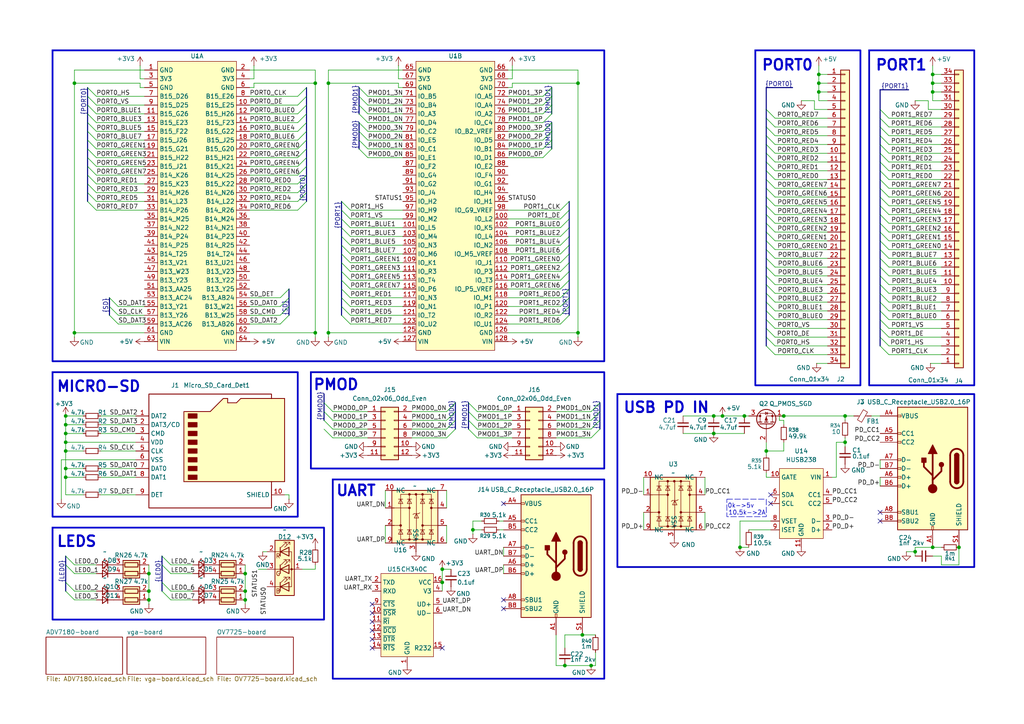
<source format=kicad_sch>
(kicad_sch (version 20250114) (generator "eeschema") (generator_version "9.0")
  (paper "A4")
  (bus_alias "LED0" (members "LED0_[0..7]"))
  (bus_alias "PMOD0" (members "PMOD0_0P" "PMOD0_0N" "PMOD0_1P" "PMOD0_1N" "PMOD0_2P" "PMOD0_2N" "PMOD0_3P" "PMOD0_3N"))
  (bus_alias "PMOD1" (members "PMOD1_0P" "PMOD1_0N" "PMOD1_1P" "PMOD1_1N" "PMOD1_2P" "PMOD1_2N" "PMOD1_3P" "PMOD1_3N"))
  (bus_alias "PORT0" (members "PORT0_RED[0..7]" "PORT0_GREEN[0..7]" "PORT0_BLUE[0..7]" "PORT0_DE" "PORT0_HS" "PORT0_CLK" "PORT0_VS"))
  (bus_alias "PORT1" (members "PORT1_RED[0..7]" "PORT1_GREEN[0..7]" "PORT1_BLUE[0..7]" "PORT1_DE" "PORT1_HS" "PORT1_CLK" "PORT1_VS"))
  (bus_alias "SD" (members "SD_DAT[0..3]" "SD_CMD" "SD_DET" "SD_CLK"))
  (rectangle (start 90.17 107.95) (end 175.26 135.89) (stroke (width 0.508)))
  (rectangle (start 179.07 114.3) (end 282.575 164.465) (stroke (width 0.508)))
  (rectangle (start 15.24 14.605) (end 175.26 104.775) (stroke (width 0.508)))
  (rectangle (start 210.82 144.78) (end 222.25 149.86) (stroke (width 0) (type dash)))
  (rectangle (start 219.075 14.605) (end 249.555 111.76) (stroke (width 0.508)))
  (rectangle (start 96.52 139.065) (end 175.26 196.85) (stroke (width 0.508)))
  (rectangle (start 252.095 14.605) (end 282.575 111.76) (stroke (width 0.508)))
  (rectangle (start 15.24 107.95) (end 86.36 149.86) (stroke (width 0.508)))
  (rectangle (start 15.24 153.035) (end 93.98 179.705) (stroke (width 0.508)))
  (text "PORT0" (at 220.726 20.828 0) (effects (font (size 3.048 3.048) (thickness 0.6096) (bold yes)) (justify left bottom)))
  (text "PORT1" (at 253.746 20.828 0) (effects (font (size 3.048 3.048) (thickness 0.6096) (bold yes)) (justify left bottom)))
  (text "PMOD" (at 90.678 113.538 0) (effects (font (size 3.048 3.048) (thickness 0.6096) (bold yes)) (justify left bottom)))
  (text "MICRO-SD" (at 16.256 114.046 0) (effects (font (size 3.048 3.048) (thickness 0.6096) (bold yes)) (justify left bottom)))
  (text "10.5k->2A" (at 216.662 148.844 0) (effects (font (size 1.27 1.27))))
  (text "UART" (at 97.282 144.272 0) (effects (font (size 3.048 3.048) (thickness 0.6096) (bold yes)) (justify left bottom)))
  (text "USB PD IN" (at 180.594 120.142 0) (effects (font (size 3.048 3.048) (thickness 0.6096) (bold yes)) (justify left bottom)))
  (text "0k->5v" (at 214.884 146.812 0) (effects (font (size 1.27 1.27))))
  (text "LEDS" (at 16.256 159.004 0) (effects (font (size 3.048 3.048) (thickness 0.6096) (bold yes)) (justify left bottom)))
  (junction (at 91.44 96.52))
  (junction (at 163.83 193.04))
  (junction (at 19.05 130.81))
  (junction (at 245.11 128.27))
  (junction (at 270.51 24.13))
  (junction (at 215.9 120.65))
  (junction (at 237.49 26.67))
  (junction (at 19.05 128.27))
  (junction (at 278.13 158.75))
  (junction (at 265.43 160.02))
  (junction (at 171.45 193.04))
  (junction (at 91.44 24.13))
  (junction (at 71.12 166.37))
  (junction (at 21.59 24.13))
  (junction (at 227.33 120.65))
  (junction (at 245.11 120.65))
  (junction (at 167.64 24.13))
  (junction (at 167.64 96.52))
  (junction (at 71.12 173.99))
  (junction (at 128.27 165.1))
  (junction (at 222.25 130.81))
  (junction (at 270.51 26.67))
  (junction (at 270.51 158.75))
  (junction (at 19.05 123.19))
  (junction (at 137.16 153.67))
  (junction (at 21.59 96.52))
  (junction (at 237.49 24.13))
  (junction (at 19.05 135.89))
  (junction (at 71.12 171.45))
  (junction (at 19.05 125.73))
  (junction (at 168.91 184.15))
  (junction (at 19.05 120.65))
  (junction (at 209.55 120.65))
  (junction (at 43.18 173.99))
  (junction (at 214.63 158.75))
  (junction (at 237.49 21.59))
  (junction (at 207.01 125.73))
  (junction (at 43.18 166.37))
  (junction (at 19.05 138.43))
  (junction (at 207.01 120.65))
  (junction (at 95.25 96.52))
  (junction (at 43.18 171.45))
  (junction (at 95.25 24.13))
  (junction (at 128.27 168.91))
  (junction (at 270.51 21.59))
  (no_connect (at 223.52 146.05))
  (no_connect (at 223.52 143.51))
  (no_connect (at 146.05 176.53))
  (no_connect (at 107.95 182.88))
  (no_connect (at 255.27 151.13))
  (no_connect (at 107.95 187.96))
  (no_connect (at 146.05 146.05))
  (no_connect (at 255.27 148.59))
  (no_connect (at 128.27 187.96))
  (no_connect (at 107.95 177.8))
  (no_connect (at 146.05 173.99))
  (no_connect (at 107.95 180.34))
  (no_connect (at 107.95 175.26))
  (no_connect (at 107.95 185.42))
  (bus_entry (at 173.99 124.46) (size -2.54 2.54))
  (bus_entry (at 31.75 86.36) (size 2.54 2.54))
  (bus_entry (at 255.27 39.37) (size 2.54 2.54))
  (bus_entry (at 31.75 88.9) (size 2.54 2.54))
  (bus_entry (at 255.27 92.71) (size 2.54 2.54))
  (bus_entry (at 165.1 60.96) (size -2.54 2.54))
  (bus_entry (at 104.14 38.1) (size 2.54 2.54))
  (bus_entry (at 222.25 80.01) (size 2.54 2.54))
  (bus_entry (at 160.02 38.1) (size -2.54 2.54))
  (bus_entry (at 93.98 124.46) (size 2.54 2.54))
  (bus_entry (at 255.27 87.63) (size 2.54 2.54))
  (bus_entry (at 222.25 31.75) (size 2.54 2.54))
  (bus_entry (at 255.27 31.75) (size 2.54 2.54))
  (bus_entry (at 25.4 53.34) (size 2.54 2.54))
  (bus_entry (at 83.82 83.82) (size -2.54 2.54))
  (bus_entry (at 222.25 34.29) (size 2.54 2.54))
  (bus_entry (at 222.25 54.61) (size 2.54 2.54))
  (bus_entry (at 165.1 73.66) (size -2.54 2.54))
  (bus_entry (at 165.1 76.2) (size -2.54 2.54))
  (bus_entry (at 99.06 83.82) (size 2.54 2.54))
  (bus_entry (at 160.02 40.64) (size -2.54 2.54))
  (bus_entry (at 255.27 46.99) (size 2.54 2.54))
  (bus_entry (at 25.4 40.64) (size 2.54 2.54))
  (bus_entry (at 99.06 68.58) (size 2.54 2.54))
  (bus_entry (at 255.27 67.31) (size 2.54 2.54))
  (bus_entry (at 255.27 80.01) (size 2.54 2.54))
  (bus_entry (at 255.27 36.83) (size 2.54 2.54))
  (bus_entry (at 46.99 168.91) (size 2.54 2.54))
  (bus_entry (at 88.9 38.1) (size -2.54 2.54))
  (bus_entry (at 165.1 91.44) (size -2.54 2.54))
  (bus_entry (at 255.27 95.25) (size 2.54 2.54))
  (bus_entry (at 99.06 78.74) (size 2.54 2.54))
  (bus_entry (at 19.05 161.29) (size 2.54 2.54))
  (bus_entry (at 88.9 33.02) (size -2.54 2.54))
  (bus_entry (at 255.27 100.33) (size 2.54 2.54))
  (bus_entry (at 99.06 81.28) (size 2.54 2.54))
  (bus_entry (at 222.25 74.93) (size 2.54 2.54))
  (bus_entry (at 19.05 171.45) (size 2.54 2.54))
  (bus_entry (at 222.25 41.91) (size 2.54 2.54))
  (bus_entry (at 88.9 30.48) (size -2.54 2.54))
  (bus_entry (at 222.25 95.25) (size 2.54 2.54))
  (bus_entry (at 165.1 66.04) (size -2.54 2.54))
  (bus_entry (at 222.25 100.33) (size 2.54 2.54))
  (bus_entry (at 25.4 55.88) (size 2.54 2.54))
  (bus_entry (at 135.89 121.92) (size 2.54 2.54))
  (bus_entry (at 25.4 50.8) (size 2.54 2.54))
  (bus_entry (at 222.25 59.69) (size 2.54 2.54))
  (bus_entry (at 135.89 119.38) (size 2.54 2.54))
  (bus_entry (at 255.27 97.79) (size 2.54 2.54))
  (bus_entry (at 25.4 25.4) (size 2.54 2.54))
  (bus_entry (at 222.25 62.23) (size 2.54 2.54))
  (bus_entry (at 104.14 43.18) (size 2.54 2.54))
  (bus_entry (at 173.99 121.92) (size -2.54 2.54))
  (bus_entry (at 93.98 116.84) (size 2.54 2.54))
  (bus_entry (at 255.27 52.07) (size 2.54 2.54))
  (bus_entry (at 165.1 78.74) (size -2.54 2.54))
  (bus_entry (at 222.25 57.15) (size 2.54 2.54))
  (bus_entry (at 222.25 69.85) (size 2.54 2.54))
  (bus_entry (at 160.02 27.94) (size -2.54 2.54))
  (bus_entry (at 160.02 33.02) (size -2.54 2.54))
  (bus_entry (at 222.25 46.99) (size 2.54 2.54))
  (bus_entry (at 255.27 72.39) (size 2.54 2.54))
  (bus_entry (at 222.25 82.55) (size 2.54 2.54))
  (bus_entry (at 104.14 30.48) (size 2.54 2.54))
  (bus_entry (at 222.25 92.71) (size 2.54 2.54))
  (bus_entry (at 255.27 82.55) (size 2.54 2.54))
  (bus_entry (at 255.27 77.47) (size 2.54 2.54))
  (bus_entry (at 222.25 44.45) (size 2.54 2.54))
  (bus_entry (at 31.75 91.44) (size 2.54 2.54))
  (bus_entry (at 222.25 90.17) (size 2.54 2.54))
  (bus_entry (at 99.06 60.96) (size 2.54 2.54))
  (bus_entry (at 19.05 168.91) (size 2.54 2.54))
  (bus_entry (at 222.25 72.39) (size 2.54 2.54))
  (bus_entry (at 255.27 41.91) (size 2.54 2.54))
  (bus_entry (at 88.9 27.94) (size -2.54 2.54))
  (bus_entry (at 255.27 57.15) (size 2.54 2.54))
  (bus_entry (at 255.27 74.93) (size 2.54 2.54))
  (bus_entry (at 222.25 97.79) (size 2.54 2.54))
  (bus_entry (at 88.9 25.4) (size -2.54 2.54))
  (bus_entry (at 222.25 36.83) (size 2.54 2.54))
  (bus_entry (at 255.27 59.69) (size 2.54 2.54))
  (bus_entry (at 222.25 49.53) (size 2.54 2.54))
  (bus_entry (at 25.4 33.02) (size 2.54 2.54))
  (bus_entry (at 165.1 63.5) (size -2.54 2.54))
  (bus_entry (at 255.27 44.45) (size 2.54 2.54))
  (bus_entry (at 132.08 116.84) (size -2.54 2.54))
  (bus_entry (at 88.9 43.18) (size -2.54 2.54))
  (bus_entry (at 173.99 119.38) (size -2.54 2.54))
  (bus_entry (at 19.05 163.83) (size 2.54 2.54))
  (bus_entry (at 25.4 35.56) (size 2.54 2.54))
  (bus_entry (at 255.27 49.53) (size 2.54 2.54))
  (bus_entry (at 104.14 27.94) (size 2.54 2.54))
  (bus_entry (at 165.1 86.36) (size -2.54 2.54))
  (bus_entry (at 160.02 30.48) (size -2.54 2.54))
  (bus_entry (at 255.27 85.09) (size 2.54 2.54))
  (bus_entry (at 160.02 35.56) (size -2.54 2.54))
  (bus_entry (at 165.1 83.82) (size -2.54 2.54))
  (bus_entry (at 83.82 91.44) (size -2.54 2.54))
  (bus_entry (at 99.06 88.9) (size 2.54 2.54))
  (bus_entry (at 25.4 38.1) (size 2.54 2.54))
  (bus_entry (at 99.06 76.2) (size 2.54 2.54))
  (bus_entry (at 88.9 55.88) (size -2.54 2.54))
  (bus_entry (at 135.89 116.84) (size 2.54 2.54))
  (bus_entry (at 255.27 62.23) (size 2.54 2.54))
  (bus_entry (at 88.9 48.26) (size -2.54 2.54))
  (bus_entry (at 165.1 58.42) (size -2.54 2.54))
  (bus_entry (at 165.1 68.58) (size -2.54 2.54))
  (bus_entry (at 88.9 45.72) (size -2.54 2.54))
  (bus_entry (at 99.06 66.04) (size 2.54 2.54))
  (bus_entry (at 99.06 73.66) (size 2.54 2.54))
  (bus_entry (at 25.4 30.48) (size 2.54 2.54))
  (bus_entry (at 132.08 119.38) (size -2.54 2.54))
  (bus_entry (at 83.82 88.9) (size -2.54 2.54))
  (bus_entry (at 104.14 35.56) (size 2.54 2.54))
  (bus_entry (at 222.25 77.47) (size 2.54 2.54))
  (bus_entry (at 88.9 50.8) (size -2.54 2.54))
  (bus_entry (at 99.06 86.36) (size 2.54 2.54))
  (bus_entry (at 104.14 40.64) (size 2.54 2.54))
  (bus_entry (at 160.02 43.18) (size -2.54 2.54))
  (bus_entry (at 222.25 67.31) (size 2.54 2.54))
  (bus_entry (at 46.99 171.45) (size 2.54 2.54))
  (bus_entry (at 88.9 35.56) (size -2.54 2.54))
  (bus_entry (at 93.98 119.38) (size 2.54 2.54))
  (bus_entry (at 25.4 58.42) (size 2.54 2.54))
  (bus_entry (at 160.02 25.4) (size -2.54 2.54))
  (bus_entry (at 88.9 53.34) (size -2.54 2.54))
  (bus_entry (at 83.82 86.36) (size -2.54 2.54))
  (bus_entry (at 222.25 87.63) (size 2.54 2.54))
  (bus_entry (at 173.99 116.84) (size -2.54 2.54))
  (bus_entry (at 25.4 27.94) (size 2.54 2.54))
  (bus_entry (at 165.1 81.28) (size -2.54 2.54))
  (bus_entry (at 25.4 45.72) (size 2.54 2.54))
  (bus_entry (at 222.25 52.07) (size 2.54 2.54))
  (bus_entry (at 104.14 25.4) (size 2.54 2.54))
  (bus_entry (at 99.06 91.44) (size 2.54 2.54))
  (bus_entry (at 132.08 121.92) (size -2.54 2.54))
  (bus_entry (at 255.27 90.17) (size 2.54 2.54))
  (bus_entry (at 165.1 88.9) (size -2.54 2.54))
  (bus_entry (at 93.98 121.92) (size 2.54 2.54))
  (bus_entry (at 25.4 48.26) (size 2.54 2.54))
  (bus_entry (at 25.4 43.18) (size 2.54 2.54))
  (bus_entry (at 165.1 71.12) (size -2.54 2.54))
  (bus_entry (at 255.27 54.61) (size 2.54 2.54))
  (bus_entry (at 255.27 69.85) (size 2.54 2.54))
  (bus_entry (at 135.89 124.46) (size 2.54 2.54))
  (bus_entry (at 99.06 58.42) (size 2.54 2.54))
  (bus_entry (at 46.99 163.83) (size 2.54 2.54))
  (bus_entry (at 46.99 161.29) (size 2.54 2.54))
  (bus_entry (at 99.06 63.5) (size 2.54 2.54))
  (bus_entry (at 222.25 39.37) (size 2.54 2.54))
  (bus_entry (at 222.25 64.77) (size 2.54 2.54))
  (bus_entry (at 255.27 64.77) (size 2.54 2.54))
  (bus_entry (at 255.27 34.29) (size 2.54 2.54))
  (bus_entry (at 132.08 124.46) (size -2.54 2.54))
  (bus_entry (at 222.25 85.09) (size 2.54 2.54))
  (bus_entry (at 88.9 58.42) (size -2.54 2.54))
  (bus_entry (at 99.06 71.12) (size 2.54 2.54))
  (bus_entry (at 88.9 40.64) (size -2.54 2.54))
  (bus_entry (at 104.14 33.02) (size 2.54 2.54))
  (wire (pts (xy 19.05 138.43) (xy 19.05 135.89)))
  (bus (pts (xy 135.89 119.38) (xy 135.89 121.92)))
  (wire (pts (xy 27.94 40.64) (xy 41.91 40.64)))
  (bus (pts (xy 222.25 97.79) (xy 222.25 100.33)))
  (wire (pts (xy 147.32 96.52) (xy 167.64 96.52)))
  (wire (pts (xy 257.81 34.29) (xy 273.05 34.29)))
  (wire (pts (xy 19.05 130.81) (xy 24.13 130.81)))
  (wire (pts (xy 27.94 58.42) (xy 41.91 58.42)))
  (wire (pts (xy 148.59 24.13) (xy 167.64 24.13)))
  (wire (pts (xy 21.59 166.37) (xy 27.94 166.37)))
  (bus (pts (xy 25.4 33.02) (xy 25.4 35.56)))
  (wire (pts (xy 137.16 153.67) (xy 139.7 153.67)))
  (wire (pts (xy 116.84 22.86) (xy 115.57 22.86)))
  (wire (pts (xy 257.81 49.53) (xy 273.05 49.53)))
  (bus (pts (xy 255.27 34.29) (xy 255.27 36.83)))
  (wire (pts (xy 96.52 127) (xy 106.68 127)))
  (wire (pts (xy 129.54 127) (xy 119.38 127)))
  (wire (pts (xy 106.68 38.1) (xy 116.84 38.1)))
  (wire (pts (xy 240.03 29.21) (xy 237.49 29.21)))
  (wire (pts (xy 257.81 92.71) (xy 273.05 92.71)))
  (wire (pts (xy 106.68 30.48) (xy 116.84 30.48)))
  (wire (pts (xy 262.89 160.02) (xy 265.43 160.02)))
  (bus (pts (xy 88.9 33.02) (xy 88.9 35.56)))
  (bus (pts (xy 222.25 25.4) (xy 222.25 31.75)))
  (wire (pts (xy 160.02 40.64) (xy 160.02 38.1)))
  (bus (pts (xy 99.06 68.58) (xy 99.06 71.12)))
  (wire (pts (xy 138.43 121.92) (xy 148.59 121.92)))
  (wire (pts (xy 144.78 153.67) (xy 146.05 153.67)))
  (bus (pts (xy 99.06 83.82) (xy 99.06 86.36)))
  (bus (pts (xy 165.1 60.96) (xy 165.1 63.5)))
  (wire (pts (xy 224.79 90.17) (xy 240.03 90.17)))
  (wire (pts (xy 171.45 124.46) (xy 161.29 124.46)))
  (wire (pts (xy 72.39 93.98) (xy 81.28 93.98)))
  (wire (pts (xy 21.59 24.13) (xy 40.64 24.13)))
  (bus (pts (xy 255.27 49.53) (xy 255.27 52.07)))
  (wire (pts (xy 236.22 29.21) (xy 236.22 31.75)))
  (wire (pts (xy 19.05 125.73) (xy 19.05 123.19)))
  (bus (pts (xy 25.4 45.72) (xy 25.4 48.26)))
  (wire (pts (xy 49.53 173.99) (xy 55.88 173.99)))
  (wire (pts (xy 257.81 54.61) (xy 273.05 54.61)))
  (bus (pts (xy 160.02 25.4) (xy 160.02 27.94)))
  (wire (pts (xy 273.05 105.41) (xy 269.875 105.41)))
  (wire (pts (xy 17.78 133.35) (xy 17.78 144.78)))
  (wire (pts (xy 224.79 34.29) (xy 240.03 34.29)))
  (wire (pts (xy 43.18 166.37) (xy 43.18 171.45)))
  (bus (pts (xy 255.27 69.85) (xy 255.27 72.39)))
  (wire (pts (xy 257.81 95.25) (xy 273.05 95.25)))
  (bus (pts (xy 99.06 81.28) (xy 99.06 83.82)))
  (bus (pts (xy 135.89 116.84) (xy 135.89 119.38)))
  (bus (pts (xy 88.9 45.72) (xy 88.9 48.26)))
  (wire (pts (xy 34.29 91.44) (xy 41.91 91.44)))
  (bus (pts (xy 104.14 25.4) (xy 104.14 27.94)))
  (wire (pts (xy 106.68 35.56) (xy 116.84 35.56)))
  (wire (pts (xy 72.39 91.44) (xy 81.28 91.44)))
  (wire (pts (xy 224.79 46.99) (xy 240.03 46.99)))
  (wire (pts (xy 27.94 50.8) (xy 41.91 50.8)))
  (bus (pts (xy 165.1 88.9) (xy 165.1 91.44)))
  (wire (pts (xy 72.39 27.94) (xy 86.36 27.94)))
  (wire (pts (xy 240.03 31.75) (xy 236.22 31.75)))
  (wire (pts (xy 72.39 58.42) (xy 86.36 58.42)))
  (bus (pts (xy 165.1 58.42) (xy 165.1 60.96)))
  (wire (pts (xy 224.79 100.33) (xy 240.03 100.33)))
  (wire (pts (xy 224.79 41.91) (xy 240.03 41.91)))
  (wire (pts (xy 224.79 92.71) (xy 240.03 92.71)))
  (wire (pts (xy 273.05 31.75) (xy 269.24 31.75)))
  (wire (pts (xy 19.05 123.19) (xy 24.13 123.19)))
  (wire (pts (xy 224.79 87.63) (xy 240.03 87.63)))
  (bus (pts (xy 88.9 55.88) (xy 88.9 58.42)))
  (wire (pts (xy 222.25 130.81) (xy 222.25 132.08)))
  (bus (pts (xy 255.27 31.75) (xy 255.27 34.29)))
  (wire (pts (xy 215.9 120.65) (xy 217.17 120.65)))
  (wire (pts (xy 224.79 59.69) (xy 240.03 59.69)))
  (bus (pts (xy 255.27 92.71) (xy 255.27 95.25)))
  (bus (pts (xy 222.25 80.01) (xy 222.25 82.55)))
  (wire (pts (xy 162.56 68.58) (xy 147.32 68.58)))
  (bus (pts (xy 83.82 88.9) (xy 83.82 91.44)))
  (wire (pts (xy 72.39 22.86) (xy 73.66 22.86)))
  (bus (pts (xy 222.25 69.85) (xy 222.25 72.39)))
  (bus (pts (xy 25.4 30.48) (xy 25.4 33.02)))
  (wire (pts (xy 224.79 95.25) (xy 240.03 95.25)))
  (wire (pts (xy 217.17 153.67) (xy 223.52 153.67)))
  (wire (pts (xy 40.64 24.13) (xy 40.64 25.4)))
  (wire (pts (xy 21.59 173.99) (xy 27.94 173.99)))
  (wire (pts (xy 27.94 30.48) (xy 41.91 30.48)))
  (wire (pts (xy 95.25 20.32) (xy 116.84 20.32)))
  (bus (pts (xy 255.27 74.93) (xy 255.27 77.47)))
  (wire (pts (xy 129.54 119.38) (xy 119.38 119.38)))
  (wire (pts (xy 224.79 69.85) (xy 240.03 69.85)))
  (wire (pts (xy 227.33 130.81) (xy 222.25 130.81)))
  (bus (pts (xy 99.06 86.36) (xy 99.06 88.9)))
  (wire (pts (xy 71.12 171.45) (xy 71.12 173.99)))
  (bus (pts (xy 46.99 163.83) (xy 46.99 168.91)))
  (wire (pts (xy 162.56 76.2) (xy 147.32 76.2)))
  (wire (pts (xy 34.29 93.98) (xy 41.91 93.98)))
  (bus (pts (xy 255.27 85.09) (xy 255.27 87.63)))
  (bus (pts (xy 255.27 97.79) (xy 255.27 100.33)))
  (bus (pts (xy 25.4 40.64) (xy 25.4 43.18)))
  (wire (pts (xy 257.81 44.45) (xy 273.05 44.45)))
  (wire (pts (xy 101.6 93.98) (xy 116.84 93.98)))
  (wire (pts (xy 237.49 21.59) (xy 237.49 24.13)))
  (wire (pts (xy 72.39 96.52) (xy 91.44 96.52)))
  (wire (pts (xy 236.22 29.21) (xy 232.41 29.21)))
  (wire (pts (xy 91.44 20.32) (xy 91.44 24.13)))
  (bus (pts (xy 222.25 67.31) (xy 222.25 69.85)))
  (wire (pts (xy 160.02 33.02) (xy 160.02 30.48)))
  (wire (pts (xy 138.43 124.46) (xy 148.59 124.46)))
  (bus (pts (xy 222.25 85.09) (xy 222.25 87.63)))
  (wire (pts (xy 162.56 86.36) (xy 147.32 86.36)))
  (wire (pts (xy 72.39 45.72) (xy 86.36 45.72)))
  (wire (pts (xy 224.79 64.77) (xy 240.03 64.77)))
  (bus (pts (xy 165.1 68.58) (xy 165.1 71.12)))
  (bus (pts (xy 25.4 55.88) (xy 25.4 58.42)))
  (wire (pts (xy 227.33 128.27) (xy 227.33 130.81)))
  (wire (pts (xy 224.79 102.87) (xy 240.03 102.87)))
  (wire (pts (xy 72.39 40.64) (xy 86.36 40.64)))
  (bus (pts (xy 255.27 80.01) (xy 255.27 82.55)))
  (bus (pts (xy 255.27 62.23) (xy 255.27 64.77)))
  (wire (pts (xy 24.13 138.43) (xy 19.05 138.43)))
  (bus (pts (xy 255.27 54.61) (xy 255.27 57.15)))
  (bus (pts (xy 25.4 48.26) (xy 25.4 50.8)))
  (bus (pts (xy 222.25 46.99) (xy 222.25 49.53)))
  (bus (pts (xy 165.1 73.66) (xy 165.1 71.12)))
  (wire (pts (xy 237.49 19.05) (xy 237.49 21.59)))
  (wire (pts (xy 29.21 125.73) (xy 39.37 125.73)))
  (wire (pts (xy 270.51 24.13) (xy 270.51 26.67)))
  (wire (pts (xy 147.32 40.64) (xy 157.48 40.64)))
  (wire (pts (xy 255.27 133.35) (xy 255.27 135.89)))
  (wire (pts (xy 172.72 184.15) (xy 168.91 184.15)))
  (wire (pts (xy 255.27 138.43) (xy 255.27 140.97)))
  (bus (pts (xy 222.25 74.93) (xy 222.25 77.47)))
  (wire (pts (xy 224.79 72.39) (xy 240.03 72.39)))
  (bus (pts (xy 255.27 67.31) (xy 255.27 69.85)))
  (wire (pts (xy 76.2 160.02) (xy 77.47 160.02)))
  (wire (pts (xy 138.43 127) (xy 148.59 127)))
  (wire (pts (xy 27.94 38.1) (xy 41.91 38.1)))
  (wire (pts (xy 19.05 135.89) (xy 19.05 130.81)))
  (wire (pts (xy 269.24 29.21) (xy 269.24 31.75)))
  (wire (pts (xy 115.57 25.4) (xy 116.84 25.4)))
  (wire (pts (xy 171.45 121.92) (xy 161.29 121.92)))
  (wire (pts (xy 21.59 96.52) (xy 41.91 96.52)))
  (wire (pts (xy 71.12 163.83) (xy 71.12 166.37)))
  (bus (pts (xy 173.99 116.84) (xy 173.99 119.38)))
  (wire (pts (xy 147.32 45.72) (xy 157.48 45.72)))
  (wire (pts (xy 81.28 88.9) (xy 72.39 88.9)))
  (bus (pts (xy 160.02 27.94) (xy 160.02 30.48)))
  (wire (pts (xy 171.45 127) (xy 161.29 127)))
  (wire (pts (xy 172.72 189.23) (xy 172.72 193.04)))
  (wire (pts (xy 162.56 63.5) (xy 147.32 63.5)))
  (wire (pts (xy 257.81 77.47) (xy 273.05 77.47)))
  (bus (pts (xy 222.25 44.45) (xy 222.25 46.99)))
  (bus (pts (xy 229.87 25.4) (xy 222.25 25.4)))
  (wire (pts (xy 27.94 55.88) (xy 41.91 55.88)))
  (bus (pts (xy 99.06 60.96) (xy 99.06 63.5)))
  (wire (pts (xy 209.55 120.65) (xy 215.9 120.65)))
  (bus (pts (xy 255.27 64.77) (xy 255.27 67.31)))
  (wire (pts (xy 257.81 52.07) (xy 273.05 52.07)))
  (bus (pts (xy 160.02 40.64) (xy 160.02 43.18)))
  (bus (pts (xy 222.25 92.71) (xy 222.25 95.25)))
  (bus (pts (xy 99.06 63.5) (xy 99.06 66.04)))
  (wire (pts (xy 148.59 22.86) (xy 148.59 19.05)))
  (bus (pts (xy 165.1 76.2) (xy 165.1 73.66)))
  (wire (pts (xy 255.27 120.65) (xy 252.73 120.65)))
  (bus (pts (xy 25.4 43.18) (xy 25.4 45.72)))
  (bus (pts (xy 160.02 30.48) (xy 160.02 33.02)))
  (wire (pts (xy 171.45 119.38) (xy 161.29 119.38)))
  (wire (pts (xy 147.32 30.48) (xy 157.48 30.48)))
  (wire (pts (xy 224.79 57.15) (xy 240.03 57.15)))
  (wire (pts (xy 19.05 125.73) (xy 24.13 125.73)))
  (wire (pts (xy 72.39 86.36) (xy 81.28 86.36)))
  (wire (pts (xy 91.44 24.13) (xy 91.44 96.52)))
  (wire (pts (xy 160.02 30.48) (xy 160.02 27.94)))
  (bus (pts (xy 255.27 82.55) (xy 255.27 85.09)))
  (wire (pts (xy 224.79 85.09) (xy 240.03 85.09)))
  (wire (pts (xy 245.11 120.65) (xy 245.11 121.92)))
  (bus (pts (xy 255.27 90.17) (xy 255.27 92.71)))
  (wire (pts (xy 129.54 142.24) (xy 129.54 147.32)))
  (wire (pts (xy 40.64 25.4) (xy 41.91 25.4)))
  (wire (pts (xy 257.81 80.01) (xy 273.05 80.01)))
  (wire (pts (xy 128.27 168.91) (xy 128.27 171.45)))
  (wire (pts (xy 27.94 45.72) (xy 41.91 45.72)))
  (wire (pts (xy 162.56 71.12) (xy 147.32 71.12)))
  (bus (pts (xy 165.1 66.04) (xy 165.1 63.5)))
  (wire (pts (xy 257.81 69.85) (xy 273.05 69.85)))
  (bus (pts (xy 173.99 119.38) (xy 173.99 121.92)))
  (wire (pts (xy 265.43 158.75) (xy 270.51 158.75)))
  (wire (pts (xy 214.63 151.13) (xy 214.63 158.75)))
  (wire (pts (xy 21.59 171.45) (xy 27.94 171.45)))
  (wire (pts (xy 278.13 163.83) (xy 278.13 158.75)))
  (wire (pts (xy 43.18 171.45) (xy 43.18 173.99)))
  (wire (pts (xy 167.64 96.52) (xy 167.64 97.79)))
  (bus (pts (xy 83.82 83.82) (xy 83.82 86.36)))
  (wire (pts (xy 162.56 91.44) (xy 147.32 91.44)))
  (wire (pts (xy 19.05 120.65) (xy 24.13 120.65)))
  (wire (pts (xy 167.64 20.32) (xy 167.64 24.13)))
  (wire (pts (xy 257.81 85.09) (xy 273.05 85.09)))
  (wire (pts (xy 163.83 184.15) (xy 168.91 184.15)))
  (bus (pts (xy 165.1 76.2) (xy 165.1 78.74)))
  (wire (pts (xy 27.94 48.26) (xy 41.91 48.26)))
  (bus (pts (xy 222.25 57.15) (xy 222.25 59.69)))
  (bus (pts (xy 135.89 121.92) (xy 135.89 124.46)))
  (wire (pts (xy 245.11 127) (xy 245.11 128.27)))
  (bus (pts (xy 88.9 25.4) (xy 88.9 27.94)))
  (bus (pts (xy 19.05 163.83) (xy 19.05 168.91)))
  (bus (pts (xy 99.06 78.74) (xy 99.06 81.28)))
  (wire (pts (xy 43.18 173.99) (xy 43.18 175.26)))
  (bus (pts (xy 222.25 54.61) (xy 222.25 57.15)))
  (wire (pts (xy 72.39 55.88) (xy 86.36 55.88)))
  (wire (pts (xy 224.79 67.31) (xy 240.03 67.31)))
  (bus (pts (xy 222.25 59.69) (xy 222.25 62.23)))
  (wire (pts (xy 72.39 48.26) (xy 86.36 48.26)))
  (bus (pts (xy 255.27 77.47) (xy 255.27 80.01)))
  (bus (pts (xy 88.9 27.94) (xy 88.9 30.48)))
  (bus (pts (xy 46.99 168.91) (xy 46.99 171.45)))
  (wire (pts (xy 245.11 120.65) (xy 247.65 120.65)))
  (wire (pts (xy 129.54 121.92) (xy 119.38 121.92)))
  (wire (pts (xy 257.81 72.39) (xy 273.05 72.39)))
  (wire (pts (xy 147.32 20.32) (xy 167.64 20.32)))
  (wire (pts (xy 198.12 125.73) (xy 207.01 125.73)))
  (wire (pts (xy 162.56 73.66) (xy 147.32 73.66)))
  (wire (pts (xy 162.56 60.96) (xy 147.32 60.96)))
  (bus (pts (xy 165.1 83.82) (xy 165.1 86.36)))
  (wire (pts (xy 91.44 96.52) (xy 91.44 97.79)))
  (wire (pts (xy 95.25 24.13) (xy 95.25 96.52)))
  (wire (pts (xy 144.78 151.13) (xy 146.05 151.13)))
  (bus (pts (xy 19.05 168.91) (xy 19.05 171.45)))
  (wire (pts (xy 106.68 43.18) (xy 116.84 43.18)))
  (wire (pts (xy 162.56 88.9) (xy 147.32 88.9)))
  (wire (pts (xy 224.79 80.01) (xy 240.03 80.01)))
  (bus (pts (xy 132.08 116.84) (xy 132.08 119.38)))
  (wire (pts (xy 19.05 130.81) (xy 19.05 128.27)))
  (wire (pts (xy 115.57 22.86) (xy 115.57 19.05)))
  (wire (pts (xy 207.01 120.65) (xy 209.55 120.65)))
  (wire (pts (xy 49.53 166.37) (xy 55.88 166.37)))
  (wire (pts (xy 91.44 165.1) (xy 87.63 165.1)))
  (bus (pts (xy 255.27 39.37) (xy 255.27 41.91)))
  (wire (pts (xy 162.56 78.74) (xy 147.32 78.74)))
  (wire (pts (xy 72.39 60.96) (xy 86.36 60.96)))
  (wire (pts (xy 257.81 64.77) (xy 273.05 64.77)))
  (wire (pts (xy 171.45 193.04) (xy 163.83 193.04)))
  (wire (pts (xy 226.06 120.65) (xy 227.33 120.65)))
  (wire (pts (xy 162.56 83.82) (xy 147.32 83.82)))
  (wire (pts (xy 237.49 26.67) (xy 237.49 29.21)))
  (bus (pts (xy 25.4 27.94) (xy 25.4 30.48)))
  (wire (pts (xy 273.05 163.83) (xy 278.13 163.83)))
  (wire (pts (xy 101.6 76.2) (xy 116.84 76.2)))
  (wire (pts (xy 270.51 19.05) (xy 270.51 21.59)))
  (wire (pts (xy 71.12 173.99) (xy 71.12 175.26)))
  (wire (pts (xy 270.51 21.59) (xy 270.51 24.13)))
  (wire (pts (xy 73.66 25.4) (xy 72.39 25.4)))
  (bus (pts (xy 25.4 25.4) (xy 25.4 27.94)))
  (wire (pts (xy 83.82 143.51) (xy 83.82 144.78)))
  (wire (pts (xy 72.39 50.8) (xy 86.36 50.8)))
  (wire (pts (xy 101.6 86.36) (xy 116.84 86.36)))
  (bus (pts (xy 104.14 27.94) (xy 104.14 30.48)))
  (wire (pts (xy 257.81 41.91) (xy 273.05 41.91)))
  (wire (pts (xy 186.69 148.59) (xy 186.69 153.67)))
  (bus (pts (xy 88.9 40.64) (xy 88.9 43.18)))
  (wire (pts (xy 237.49 24.13) (xy 237.49 26.67)))
  (bus (pts (xy 104.14 30.48) (xy 104.14 33.02)))
  (wire (pts (xy 161.29 193.04) (xy 163.83 193.04)))
  (bus (pts (xy 99.06 58.42) (xy 99.06 60.96)))
  (bus (pts (xy 222.25 39.37) (xy 222.25 41.91)))
  (wire (pts (xy 273.05 161.29) (xy 273.05 163.83)))
  (bus (pts (xy 255.27 26.035) (xy 255.27 31.75)))
  (wire (pts (xy 19.05 143.51) (xy 19.05 138.43)))
  (wire (pts (xy 17.78 133.35) (xy 39.37 133.35)))
  (wire (pts (xy 162.56 66.04) (xy 147.32 66.04)))
  (wire (pts (xy 224.79 54.61) (xy 240.03 54.61)))
  (bus (pts (xy 165.1 66.04) (xy 165.1 68.58)))
  (bus (pts (xy 46.99 161.29) (xy 46.99 163.83)))
  (bus (pts (xy 222.25 90.17) (xy 222.25 92.71)))
  (wire (pts (xy 224.79 36.83) (xy 240.03 36.83)))
  (wire (pts (xy 257.81 97.79) (xy 273.05 97.79)))
  (wire (pts (xy 128.27 165.1) (xy 128.27 168.91)))
  (wire (pts (xy 137.16 151.13) (xy 137.16 153.67)))
  (bus (pts (xy 88.9 30.48) (xy 88.9 33.02)))
  (bus (pts (xy 173.99 121.92) (xy 173.99 124.46)))
  (bus (pts (xy 25.4 50.8) (xy 25.4 53.34)))
  (wire (pts (xy 237.49 26.67) (xy 240.03 26.67)))
  (wire (pts (xy 207.01 125.73) (xy 215.9 125.73)))
  (bus (pts (xy 19.05 161.29) (xy 19.05 163.83)))
  (wire (pts (xy 242.57 138.43) (xy 242.57 128.27)))
  (wire (pts (xy 101.6 73.66) (xy 116.84 73.66)))
  (bus (pts (xy 160.02 35.56) (xy 160.02 38.1)))
  (bus (pts (xy 255.27 52.07) (xy 255.27 54.61)))
  (wire (pts (xy 257.81 36.83) (xy 273.05 36.83)))
  (wire (pts (xy 96.52 121.92) (xy 106.68 121.92)))
  (wire (pts (xy 101.6 60.96) (xy 116.84 60.96)))
  (wire (pts (xy 101.6 78.74) (xy 116.84 78.74)))
  (wire (pts (xy 245.11 128.27) (xy 245.11 129.54)))
  (wire (pts (xy 224.79 44.45) (xy 240.03 44.45)))
  (wire (pts (xy 214.63 158.75) (xy 217.17 158.75)))
  (wire (pts (xy 257.81 102.87) (xy 273.05 102.87)))
  (wire (pts (xy 27.94 27.94) (xy 41.91 27.94)))
  (wire (pts (xy 101.6 68.58) (xy 116.84 68.58)))
  (wire (pts (xy 160.02 43.18) (xy 160.02 40.64)))
  (wire (pts (xy 72.39 43.18) (xy 86.36 43.18)))
  (wire (pts (xy 72.39 53.34) (xy 86.36 53.34)))
  (wire (pts (xy 101.6 91.44) (xy 116.84 91.44)))
  (wire (pts (xy 242.57 128.27) (xy 245.11 128.27)))
  (wire (pts (xy 137.16 153.67) (xy 137.16 154.94)))
  (wire (pts (xy 27.94 60.96) (xy 41.91 60.96)))
  (wire (pts (xy 24.13 143.51) (xy 19.05 143.51)))
  (wire (pts (xy 160.02 27.94) (xy 160.02 25.4)))
  (wire (pts (xy 106.68 33.02) (xy 116.84 33.02)))
  (bus (pts (xy 165.1 81.28) (xy 165.1 83.82)))
  (bus (pts (xy 222.25 64.77) (xy 222.25 67.31)))
  (wire (pts (xy 19.05 123.19) (xy 19.05 120.65)))
  (bus (pts (xy 99.06 66.04) (xy 99.06 68.58)))
  (bus (pts (xy 25.4 38.1) (xy 25.4 40.64)))
  (wire (pts (xy 146.05 158.75) (xy 146.05 161.29)))
  (wire (pts (xy 224.79 82.55) (xy 240.03 82.55)))
  (wire (pts (xy 21.59 163.83) (xy 27.94 163.83)))
  (wire (pts (xy 257.81 57.15) (xy 273.05 57.15)))
  (wire (pts (xy 147.32 27.94) (xy 157.48 27.94)))
  (wire (pts (xy 34.29 88.9) (xy 41.91 88.9)))
  (wire (pts (xy 101.6 66.04) (xy 116.84 66.04)))
  (bus (pts (xy 222.25 52.07) (xy 222.25 54.61)))
  (wire (pts (xy 72.39 38.1) (xy 86.36 38.1)))
  (bus (pts (xy 255.27 72.39) (xy 255.27 74.93)))
  (wire (pts (xy 27.94 33.02) (xy 41.91 33.02)))
  (wire (pts (xy 147.32 38.1) (xy 157.48 38.1)))
  (wire (pts (xy 106.68 27.94) (xy 116.84 27.94)))
  (bus (pts (xy 222.25 49.53) (xy 222.25 52.07)))
  (wire (pts (xy 270.51 26.67) (xy 270.51 29.21)))
  (wire (pts (xy 198.12 120.65) (xy 207.01 120.65)))
  (wire (pts (xy 73.66 24.13) (xy 73.66 25.4)))
  (bus (pts (xy 222.25 31.75) (xy 222.25 34.29)))
  (wire (pts (xy 257.81 67.31) (xy 273.05 67.31)))
  (bus (pts (xy 88.9 53.34) (xy 88.9 55.88)))
  (wire (pts (xy 172.72 193.04) (xy 171.45 193.04)))
  (wire (pts (xy 257.81 59.69) (xy 273.05 59.69)))
  (bus (pts (xy 31.75 88.9) (xy 31.75 91.44)))
  (bus (pts (xy 83.82 86.36) (xy 83.82 88.9)))
  (bus (pts (xy 93.98 116.84) (xy 93.98 119.38)))
  (wire (pts (xy 222.25 138.43) (xy 223.52 138.43)))
  (bus (pts (xy 88.9 48.26) (xy 88.9 50.8)))
  (wire (pts (xy 270.51 21.59) (xy 273.05 21.59)))
  (wire (pts (xy 91.44 163.83) (xy 91.44 165.1)))
  (wire (pts (xy 237.49 21.59) (xy 240.03 21.59)))
  (bus (pts (xy 132.08 119.38) (xy 132.08 121.92)))
  (wire (pts (xy 147.32 35.56) (xy 157.48 35.56)))
  (bus (pts (xy 88.9 38.1) (xy 88.9 40.64)))
  (wire (pts (xy 73.66 24.13) (xy 91.44 24.13)))
  (wire (pts (xy 19.05 135.89) (xy 24.13 135.89)))
  (wire (pts (xy 147.32 22.86) (xy 148.59 22.86)))
  (wire (pts (xy 227.33 121.92) (xy 226.06 121.92)))
  (wire (pts (xy 137.16 151.13) (xy 139.7 151.13)))
  (wire (pts (xy 29.21 135.89) (xy 39.37 135.89)))
  (wire (pts (xy 49.53 171.45) (xy 55.88 171.45)))
  (wire (pts (xy 240.03 24.13) (xy 237.49 24.13)))
  (bus (pts (xy 165.1 86.36) (xy 165.1 88.9)))
  (wire (pts (xy 115.57 24.13) (xy 115.57 25.4)))
  (bus (pts (xy 88.9 35.56) (xy 88.9 38.1)))
  (wire (pts (xy 111.76 152.4) (xy 111.76 157.48)))
  (wire (pts (xy 95.25 96.52) (xy 116.84 96.52)))
  (wire (pts (xy 72.39 33.02) (xy 86.36 33.02)))
  (bus (pts (xy 25.4 35.56) (xy 25.4 38.1)))
  (bus (pts (xy 222.25 77.47) (xy 222.25 80.01)))
  (bus (pts (xy 222.25 62.23) (xy 222.25 64.77)))
  (wire (pts (xy 224.79 74.93) (xy 240.03 74.93)))
  (wire (pts (xy 270.51 161.29) (xy 273.05 161.29)))
  (wire (pts (xy 147.32 43.18) (xy 157.48 43.18)))
  (wire (pts (xy 95.25 24.13) (xy 115.57 24.13)))
  (wire (pts (xy 95.25 96.52) (xy 95.25 97.79)))
  (wire (pts (xy 29.21 120.65) (xy 39.37 120.65)))
  (bus (pts (xy 255.27 87.63) (xy 255.27 90.17)))
  (bus (pts (xy 132.08 121.92) (xy 132.08 124.46)))
  (bus (pts (xy 99.06 76.2) (xy 99.06 78.74)))
  (wire (pts (xy 257.81 87.63) (xy 273.05 87.63)))
  (wire (pts (xy 19.05 128.27) (xy 19.05 125.73)))
  (wire (pts (xy 138.43 119.38) (xy 148.59 119.38)))
  (wire (pts (xy 273.05 26.67) (xy 270.51 26.67)))
  (wire (pts (xy 257.81 90.17) (xy 273.05 90.17)))
  (wire (pts (xy 29.21 138.43) (xy 39.37 138.43)))
  (wire (pts (xy 72.39 35.56) (xy 86.36 35.56)))
  (wire (pts (xy 257.81 82.55) (xy 273.05 82.55)))
  (wire (pts (xy 257.81 100.33) (xy 273.05 100.33)))
  (wire (pts (xy 148.59 25.4) (xy 147.32 25.4)))
  (bus (pts (xy 255.27 95.25) (xy 255.27 97.79)))
  (wire (pts (xy 129.54 124.46) (xy 119.38 124.46)))
  (bus (pts (xy 160.02 38.1) (xy 160.02 40.64)))
  (wire (pts (xy 21.59 96.52) (xy 21.59 97.79)))
  (bus (pts (xy 104.14 40.64) (xy 104.14 43.18)))
  (wire (pts (xy 101.6 63.5) (xy 116.84 63.5)))
  (wire (pts (xy 162.56 81.28) (xy 147.32 81.28)))
  (wire (pts (xy 161.29 184.15) (xy 161.29 193.04)))
  (wire (pts (xy 21.59 20.32) (xy 21.59 24.13)))
  (wire (pts (xy 265.43 160.02) (xy 265.43 158.75)))
  (wire (pts (xy 257.81 46.99) (xy 273.05 46.99)))
  (bus (pts (xy 93.98 114.3) (xy 93.98 116.84)))
  (bus (pts (xy 255.27 44.45) (xy 255.27 46.99)))
  (wire (pts (xy 72.39 30.48) (xy 86.36 30.48)))
  (wire (pts (xy 257.81 74.93) (xy 273.05 74.93)))
  (wire (pts (xy 101.6 81.28) (xy 116.84 81.28)))
  (wire (pts (xy 270.51 158.75) (xy 273.05 158.75)))
  (bus (pts (xy 255.27 41.91) (xy 255.27 44.45)))
  (bus (pts (xy 255.27 59.69) (xy 255.27 62.23)))
  (wire (pts (xy 227.33 120.65) (xy 245.11 120.65)))
  (wire (pts (xy 273.05 29.21) (xy 270.51 29.21)))
  (wire (pts (xy 73.66 22.86) (xy 73.66 19.05)))
  (wire (pts (xy 227.33 121.92) (xy 227.33 123.19)))
  (bus (pts (xy 99.06 73.66) (xy 99.06 76.2)))
  (wire (pts (xy 222.25 137.16) (xy 222.25 138.43)))
  (bus (pts (xy 255.27 36.83) (xy 255.27 39.37)))
  (bus (pts (xy 222.25 41.91) (xy 222.25 44.45)))
  (wire (pts (xy 204.47 148.59) (xy 204.47 153.67)))
  (wire (pts (xy 224.79 77.47) (xy 240.03 77.47)))
  (wire (pts (xy 71.12 166.37) (xy 71.12 171.45)))
  (wire (pts (xy 269.24 29.21) (xy 265.43 29.21)))
  (bus (pts (xy 93.98 119.38) (xy 93.98 121.92)))
  (wire (pts (xy 148.59 24.13) (xy 148.59 25.4)))
  (bus (pts (xy 222.25 36.83) (xy 222.25 39.37)))
  (wire (pts (xy 162.56 93.98) (xy 147.32 93.98)))
  (wire (pts (xy 101.6 88.9) (xy 116.84 88.9)))
  (wire (pts (xy 257.81 39.37) (xy 273.05 39.37)))
  (wire (pts (xy 163.83 187.96) (xy 163.83 184.15)))
  (wire (pts (xy 226.06 121.92) (xy 226.06 120.65)))
  (wire (pts (xy 27.94 35.56) (xy 41.91 35.56)))
  (wire (pts (xy 74.93 165.1) (xy 77.47 165.1)))
  (wire (pts (xy 224.79 52.07) (xy 240.03 52.07)))
  (wire (pts (xy 224.79 62.23) (xy 240.03 62.23)))
  (wire (pts (xy 224.79 97.79) (xy 240.03 97.79)))
  (wire (pts (xy 21.59 20.32) (xy 41.91 20.32)))
  (wire (pts (xy 96.52 119.38) (xy 106.68 119.38)))
  (bus (pts (xy 88.9 43.18) (xy 88.9 45.72)))
  (bus (pts (xy 104.14 38.1) (xy 104.14 40.64)))
  (wire (pts (xy 19.05 128.27) (xy 39.37 128.27)))
  (wire (pts (xy 273.05 24.13) (xy 270.51 24.13)))
  (bus (pts (xy 104.14 35.56) (xy 104.14 38.1)))
  (wire (pts (xy 204.47 138.43) (xy 204.47 143.51)))
  (wire (pts (xy 240.03 105.41) (xy 236.855 105.41)))
  (wire (pts (xy 29.21 130.81) (xy 39.37 130.81)))
  (bus (pts (xy 99.06 88.9) (xy 99.06 91.44)))
  (bus (pts (xy 222.25 82.55) (xy 222.25 85.09)))
  (wire (pts (xy 224.79 49.53) (xy 240.03 49.53)))
  (bus (pts (xy 263.525 26.035) (xy 255.27 26.035)))
  (bus (pts (xy 88.9 50.8) (xy 88.9 53.34)))
  (wire (pts (xy 49.53 163.83) (xy 55.88 163.83)))
  (wire (pts (xy 224.79 39.37) (xy 240.03 39.37)))
  (wire (pts (xy 27.94 43.18) (xy 41.91 43.18)))
  (wire (pts (xy 27.94 53.34) (xy 41.91 53.34)))
  (bus (pts (xy 99.06 71.12) (xy 99.06 73.66)))
  (wire (pts (xy 29.21 143.51) (xy 39.37 143.51)))
  (bus (pts (xy 25.4 53.34) (xy 25.4 55.88)))
  (wire (pts (xy 223.52 151.13) (xy 214.63 151.13)))
  (wire (pts (xy 21.59 24.13) (xy 21.59 96.52)))
  (wire (pts (xy 72.39 20.32) (xy 91.44 20.32)))
  (wire (pts (xy 257.81 62.23) (xy 273.05 62.23)))
  (bus (pts (xy 255.27 46.99) (xy 255.27 49.53)))
  (wire (pts (xy 129.54 152.4) (xy 129.54 157.48)))
  (wire (pts (xy 111.76 142.24) (xy 111.76 147.32)))
  (bus (pts (xy 31.75 86.36) (xy 31.75 88.9)))
  (wire (pts (xy 146.05 163.83) (xy 146.05 166.37)))
  (wire (pts (xy 241.3 138.43) (xy 242.57 138.43)))
  (bus (pts (xy 222.25 72.39) (xy 222.25 74.93)))
  (bus (pts (xy 222.25 34.29) (xy 222.25 36.83)))
  (wire (pts (xy 41.91 22.86) (xy 40.64 22.86)))
  (bus (pts (xy 222.25 87.63) (xy 222.25 90.17)))
  (wire (pts (xy 106.68 45.72) (xy 116.84 45.72)))
  (bus (pts (xy 255.27 57.15) (xy 255.27 59.69)))
  (wire (pts (xy 130.81 165.1) (xy 128.27 165.1)))
  (wire (pts (xy 160.02 38.1) (xy 160.02 35.56)))
  (wire (pts (xy 43.18 163.83) (xy 43.18 166.37)))
  (wire (pts (xy 95.25 20.32) (xy 95.25 24.13)))
  (bus (pts (xy 222.25 95.25) (xy 222.25 97.79)))
  (wire (pts (xy 147.32 33.02) (xy 157.48 33.02)))
  (wire (pts (xy 29.21 123.19) (xy 39.37 123.19)))
  (wire (pts (xy 101.6 83.82) (xy 116.84 83.82)))
  (wire (pts (xy 186.69 138.43) (xy 186.69 143.51)))
  (wire (pts (xy 167.64 24.13) (xy 167.64 96.52)))
  (bus (pts (xy 165.1 78.74) (xy 165.1 81.28)))
  (wire (pts (xy 101.6 71.12) (xy 116.84 71.12)))
  (wire (pts (xy 106.68 40.64) (xy 116.84 40.64)))
  (wire (pts (xy 83.82 143.51) (xy 82.55 143.51)))
  (wire (pts (xy 96.52 124.46) (xy 106.68 124.46)))
  (wire (pts (xy 40.64 22.86) (xy 40.64 19.05)))
  (wire (pts (xy 222.25 128.27) (xy 222.25 130.81)))
  (wire (pts (xy 265.43 161.29) (xy 265.43 160.02)))
  (label "PORT1_BLUE5" (at 101.6 71.12 0))
  (label "PORT1_HS" (at 101.6 60.96 0))
  (label "PMOD1_0N" (at 106.68 35.56 0))
  (label "PMOD0_2P" (at 96.52 124.46 0))
  (label "PORT0_RED7" (at 237.49 34.29 180))
  (label "{PMOD0}" (at 132.08 124.46 90))
  (label "PORT0_RED5" (at 27.94 58.42 0))
  (label "PORT0_GREEN0" (at 240.03 72.39 180))
  (label "PORT0_BLUE2" (at 72.39 35.56 0))
  (label "PD_D-" (at 186.69 143.51 180))
  (label "LED0_4" (at 49.53 163.83 0))
  (label "PORT1_GREEN6" (at 162.56 83.82 180))
  (label "UART_DN" (at 128.27 177.8 0))
  (label "PORT0_RED1" (at 27.94 53.34 0))
  (label "PORT0_RED0" (at 237.49 52.07 180))
  (label "PORT0_GREEN3" (at 27.94 45.72 0))
  (label "PORT0_BLUE1" (at 27.94 33.02 0))
  (label "PORT0_GREEN4" (at 72.39 48.26 0))
  (label "PORT1_BLUE0" (at 271.78 92.71 180))
  (label "PORT0_GREEN4" (at 240.03 62.23 180))
  (label "{PMOD1}" (at 160.02 33.02 90))
  (label "PORT0_RED6" (at 72.39 60.96 0))
  (label "PORT1_BLUE6" (at 271.78 77.47 180))
  (label "PORT1_BLUE3" (at 101.6 68.58 0))
  (label "PORT0_BLUE6" (at 238.76 77.47 180))
  (label "PMOD1_0P" (at 138.43 119.38 0))
  (label "PMOD1_2P" (at 138.43 124.46 0))
  (label "{PORT1}" (at 99.06 58.42 270))
  (label "UART_DN" (at 111.76 147.32 180))
  (label "SD_DAT0" (at 72.39 88.9 0))
  (label "PORT1_BLUE5" (at 271.78 80.01 180))
  (label "PORT1_RED2" (at 270.51 46.99 180))
  (label "PORT1_RED6" (at 162.56 93.98 180))
  (label "PORT0_GREEN1" (at 240.03 69.85 180))
  (label "PMOD1_2N" (at 106.68 30.48 0))
  (label "PORT1_GREEN2" (at 273.05 67.31 180))
  (label "PORT1_DE" (at 162.56 63.5 180))
  (label "PD_D-" (at 255.27 135.89 180))
  (label "PMOD0_3N" (at 129.54 127 180))
  (label "PMOD1_3N" (at 171.45 127 180))
  (label "UART_DP" (at 146.05 166.37 180))
  (label "PMOD0_3P" (at 157.48 38.1 180))
  (label "PD_D-" (at 241.3 151.13 0))
  (label "SD_DET" (at 31.75 143.51 0))
  (label "PORT0_RED5" (at 237.49 39.37 180))
  (label "PMOD0_2N" (at 129.54 124.46 180))
  (label "{PMOD0}" (at 93.98 121.92 90))
  (label "PMOD1_0P" (at 157.48 35.56 180))
  (label "{PMOD0}" (at 160.02 43.18 90))
  (label "LED0_2" (at 21.59 171.45 0))
  (label "PORT0_BLUE4" (at 72.39 38.1 0))
  (label "PORT0_BLUE7" (at 27.94 40.64 0))
  (label "PORT1_RED2" (at 162.56 88.9 180))
  (label "PORT0_BLUE6" (at 72.39 40.64 0))
  (label "SD_DAT3" (at 31.75 123.19 0))
  (label "PD_D+" (at 241.3 153.67 0))
  (label "PORT1_GREEN5" (at 273.05 59.69 180))
  (label "PORT0_BLUE0" (at 238.76 92.71 180))
  (label "SD_CLK" (at 34.29 91.44 0))
  (label "PORT1_BLUE4" (at 162.56 71.12 180))
  (label "SD_DAT0" (at 31.75 135.89 0))
  (label "PORT0_GREEN2" (at 240.03 67.31 180))
  (label "PORT1_CLK" (at 269.24 102.87 180))
  (label "PMOD0_0N" (at 106.68 45.72 0))
  (label "PORT1_GREEN0" (at 162.56 76.2 180))
  (label "UART_DN" (at 146.05 161.29 180))
  (label "PORT0_RED4" (at 72.39 58.42 0))
  (label "LED0_6" (at 49.53 171.45 0))
  (label "PORT1_BLUE2" (at 162.56 68.58 180))
  (label "PD_D+" (at 255.27 140.97 180))
  (label "SD_CMD" (at 72.39 91.44 0))
  (label "PMOD1_1N" (at 106.68 33.02 0))
  (label "PORT1_RED5" (at 270.51 39.37 180))
  (label "PORT0_RED6" (at 237.49 36.83 180))
  (label "{SD}" (at 31.75 86.36 270))
  (label "PORT1_RED6" (at 270.51 36.83 180))
  (label "PORT0_RED1" (at 237.49 49.53 180))
  (label "PORT0_BLUE5" (at 238.76 80.01 180))
  (label "PORT1_BLUE2" (at 271.78 87.63 180))
  (label "PORT1_GREEN1" (at 273.05 69.85 180))
  (label "PMOD1_3N" (at 106.68 27.94 0))
  (label "SD_DET" (at 72.39 86.36 0))
  (label "PMOD0_1N" (at 106.68 43.18 0))
  (label "PORT1_VS" (at 267.97 95.25 180))
  (label "{PORT1}" (at 165.1 91.44 90))
  (label "PORT1_DE" (at 267.97 97.79 180))
  (label "PORT0_GREEN1" (at 27.94 43.18 0))
  (label "PMOD1_3P" (at 157.48 27.94 180))
  (label "PD_CC2" (at 241.3 146.05 0))
  (label "PMOD0_2P" (at 157.48 40.64 180))
  (label "UART_RX" (at 107.95 171.45 180))
  (label "PORT0_GREEN7" (at 240.03 54.61 180))
  (label "LED0_5" (at 49.53 166.37 0))
  (label "PORT0_BLUE3" (at 27.94 35.56 0))
  (label "PORT0_RED4" (at 237.49 41.91 180))
  (label "PORT0_RED3" (at 237.49 44.45 180))
  (label "LED0_7" (at 49.53 173.99 0))
  (label "STATUS0" (at 147.32 58.42 0))
  (label "{PMOD1}" (at 173.99 124.46 90))
  (label "PORT1_GREEN4" (at 273.05 62.23 180))
  (label "SD_DAT1" (at 34.29 88.9 0))
  (label "PORT1_GREEN7" (at 101.6 83.82 0))
  (label "PORT1_RED3" (at 101.6 88.9 0))
  (label "PORT1_RED4" (at 162.56 91.44 180))
  (label "{SD}" (at 83.82 91.44 90))
  (label "UART_DP" (at 111.76 157.48 180))
  (label "PMOD0_0P" (at 96.52 119.38 0))
  (label "PORT0_RED7" (at 27.94 60.96 0))
  (label "PORT0_HS" (at 234.95 100.33 180))
  (label "PORT0_GREEN0" (at 72.39 43.18 0))
  (label "PORT0_VS" (at 27.94 30.48 0))
  (label "PORT1_GREEN7" (at 273.05 54.61 180))
  (label "PORT0_GREEN2" (at 72.39 45.72 0))
  (label "PMOD1_2P" (at 157.48 30.48 180))
  (label "UART_TX" (at 107.95 168.91 180))
  (label "{PMOD1}" (at 104.14 33.02 90))
  (label "PORT1_BLUE4" (at 271.78 82.55 180))
  (label "LED0_1" (at 21.59 166.37 0))
  (label "PORT0_GREEN6" (at 240.03 57.15 180))
  (label "PORT1_BLUE7" (at 101.6 73.66 0))
  (label "PMOD1_0N" (at 171.45 119.38 180))
  (label "UART_DP" (at 128.27 175.26 0))
  (label "PORT1_RED5" (at 101.6 91.44 0))
  (label "PORT0_RED2" (at 72.39 55.88 0))
  (label "PORT0_GREEN3" (at 240.03 64.77 180))
  (label "PORT1_RED7" (at 270.51 34.29 180))
  (label "PORT1_BLUE1" (at 101.6 66.04 0))
  (label "PMOD0_2N" (at 106.68 40.64 0))
  (label "SD_DAT2" (at 72.39 93.98 0))
  (label "PMOD1_1N" (at 171.45 121.92 180))
  (label "PMOD1_3P" (at 138.43 127 0))
  (label "PORT1_RED1" (at 101.6 86.36 0))
  (label "PD_CC1" (at 255.27 125.73 180))
  (label "PORT0_GREEN5" (at 240.03 59.69 180))
  (label "PORT0_GREEN7" (at 27.94 50.8 0))
  (label "PORT0_BLUE3" (at 238.76 85.09 180))
  (label "PD_D+" (at 186.69 153.67 180))
  (label "PORT1_GREEN5" (at 101.6 81.28 0))
  (label "PORT1_GREEN3" (at 101.6 78.74 0))
  (label "LED0_3" (at 21.59 173.99 0))
  (label "PORT0_DE" (at 234.95 97.79 180))
  (label "{LED0}" (at 19.05 168.91 90))
  (label "PORT0_GREEN6" (at 72.39 50.8 0))
  (label "PORT1_RED0" (at 162.56 86.36 180))
  (label "PORT0_GREEN5" (at 27.94 48.26 0))
  (label "PD_CC2" (at 204.47 153.67 0))
  (label "PORT1_GREEN3" (at 273.05 64.77 180))
  (label "PORT1_RED1" (at 270.51 49.53 180))
  (label "PORT0_BLUE1" (at 238.76 90.17 180))
  (label "PMOD0_0N" (at 129.54 119.38 180))
  (label "PMOD1_1P" (at 138.43 121.92 0))
  (label "SD_CLK" (at 31.75 130.81 0))
  (label "SD_DAT3" (at 34.29 93.98 0))
  (label "PORT1_HS" (at 267.97 100.33 180))
  (label "PORT0_CLK" (at 72.39 27.94 0))
  (label "PORT1_GREEN1" (at 101.6 76.2 0))
  (label "PORT0_HS" (at 27.94 27.94 0))
  (label "PMOD1_1P" (at 157.48 33.02 180))
  (label "{PORT0}" (at 88.9 58.42 90))
  (label "{PORT0}" (at 229.87 25.4 180))
  (label "STATUS0" (at 77.47 170.18 270))
  (label "SD_DAT2" (at 31.75 120.65 0))
  (label "PORT1_BLUE7" (at 271.78 74.93 180))
  (label "PORT1_RED4" (at 270.51 41.91 180))
  (label "PMOD1_2N" (at 171.45 124.46 180))
  (label "PORT0_CLK" (at 236.22 102.87 180))
  (label "PMOD0_3N" (at 106.68 38.1 0))
  (label "PORT0_BLUE7" (at 238.76 74.93 180))
  (label "{PORT1}" (at 263.525 26.035 180))
  (label "PORT0_VS" (at 234.95 95.25 180))
  (label "PORT1_BLUE1" (at 271.78 90.17 180))
  (label "PORT0_BLUE4" (at 238.76 82.55 180))
  (label "PORT0_RED3" (at 27.94 55.88 0))
  (label "PMOD0_1P" (at 157.48 43.18 180))
  (label "PORT1_VS" (at 101.6 63.5 0))
  (label "{LED0}" (at 46.99 168.91 90))
  (label "PORT0_BLUE2" (at 238.76 87.63 180))
  (label "PD_CC2" (at 255.27 128.27 180))
  (label "PORT1_RED3" (at 270.51 44.45 180))
  (label "PORT1_BLUE6" (at 162.56 73.66 180))
  (label "PORT1_BLUE3" (at 271.78 85.09 180))
  (label "STATUS1" (at 74.93 165.1 270))
  (label "PORT0_RED0" (at 72.39 53.34 0))
  (label "SD_DAT1" (at 31.75 138.43 0))
  (label "PMOD0_1P" (at 96.52 121.92 0))
  (label "PORT1_CLK" (at 162.56 60.96 180))
  (label "PORT1_GREEN0" (at 273.05 72.39 180))
  (label "{PORT0}" (at 25.4 25.4 270))
  (label "STATUS1" (at 116.84 58.42 180))
  (label "PORT1_RED0" (at 270.51 52.07 180))
  (label "PORT1_BLUE0" (at 162.56 66.04 180))
  (label "SD_CMD" (at 31.75 125.73 0))
  (label "PORT0_DE" (at 72.39 30.48 0))
  (label "LED0_0" (at 21.59 163.83 0))
  (label "PORT1_GREEN4" (at 162.56 81.28 180))
  (label "PMOD0_3P" (at 96.52 127 0))
  (label "PORT0_BLUE5" (at 27.94 38.1 0))
  (label "PMOD0_0P" (at 157.48 45.72 180))
  (label "PMOD0_1N" (at 129.54 121.92 180))
  (label "{PMOD0}" (at 104.14 43.18 90))
  (label "{PMOD1}" (at 135.89 124.46 90))
  (label "PORT0_RED2" (at 237.49 46.99 180))
  (label "PD_CC1" (at 241.3 143.51 0))
  (label "PORT1_GREEN2" (at 162.56 78.74 180))
  (label "PORT1_GREEN6" (at 273.05 57.15 180))
  (label "PD_CC1" (at 204.47 143.51 0))
  (label "PORT0_BLUE0" (at 72.39 33.02 0))
  (label "PORT1_RED7" (at 101.6 93.98 0))
  (symbol (lib_id "power:GND") (at 236.855 105.41 0) (mirror y) (unit 1)
    (property "Reference" "#PWR9" (effects (hide yes)))
    (property "Value" "GND" (at 233.045 106.68 0))
    (property "Description" "Power symbol creates a global label with name \"GND\" , ground" (effects (hide yes)))
  )
  (symbol (lib_id "Device:LED_Small") (at 58.42 166.37 0) (mirror y) (unit 1)
    (property "Reference" "D5" (at 60.452 165.1 0))
    (property "Value" "~" (at 58.3565 162.56 0))
    (property "Footprint" "LED_SMD:LED_0805_2012Metric" (effects (hide yes)))
    (property "Description" "Light emitting diode, small symbol" (effects (hide yes)))
    (property "Sim.Pin" "1=K 2=A" (effects (hide yes)))
  )
  (symbol (lib_id "power:+3V3") (at 19.05 120.65 0) (unit 1)
    (property "Reference" "#PWR3" (effects (hide yes)))
    (property "Value" "+3V3" (at 18.542 117.094 0))
    (property "Description" "Power symbol creates a global label with name \"+3V3\"" (effects (hide yes)))
  )
  (symbol (lib_id "Device:R_Small") (at 217.17 156.21 0) (unit 1)
    (property "Reference" "R39" (at 218.44 155.702 0) (effects (font (size 1.016 1.016)) (justify left)))
    (property "Value" "10.5k" (at 218.44 157.48 0) (effects (justify left)))
    (property "Description" "Resistor, small symbol" (effects (hide yes)))
  )
  (symbol (lib_id "power:GND") (at 167.64 97.79 0) (mirror y) (unit 1)
    (property "Reference" "#PWR7" (effects (hide yes)))
    (property "Value" "GND" (at 164.084 99.314 0))
    (property "Description" "Power symbol creates a global label with name \"GND\" , ground" (effects (hide yes)))
  )
  (symbol (lib_id "power:GND") (at 171.45 193.04 0) (mirror y) (unit 1)
    (property "Reference" "#PWR0133" (effects (hide yes)))
    (property "Value" "GND" (at 167.894 195.072 0))
    (property "Description" "Power symbol creates a global label with name \"GND\" , ground" (effects (hide yes)))
  )
  (symbol (lib_id "power:+3V3") (at 73.66 19.05 0) (unit 1)
    (property "Reference" "#PWR0119" (effects (hide yes)))
    (property "Value" "+3V3" (at 75.184 17.018 0) (effects (justify left)))
    (property "Description" "Power symbol creates a global label with name \"+3V3\"" (effects (hide yes)))
  )
  (symbol (lib_id "Device:LED_Small") (at 58.42 173.99 0) (mirror y) (unit 1)
    (property "Reference" "D7" (at 60.452 172.72 0))
    (property "Value" "~" (at 58.3565 170.18 0))
    (property "Footprint" "LED_SMD:LED_0805_2012Metric" (effects (hide yes)))
    (property "Description" "Light emitting diode, small symbol" (effects (hide yes)))
    (property "Sim.Pin" "1=K 2=A" (effects (hide yes)))
  )
  (symbol (lib_id "power:GND") (at 245.11 134.62 0) (mirror y) (unit 1)
    (property "Reference" "#PWR051" (effects (hide yes)))
    (property "Value" "GND" (at 248.92 136.398 0))
    (property "Description" "Power symbol creates a global label with name \"GND\" , ground" (effects (hide yes)))
  )
  (symbol (lib_id "Device:LED_ARGB") (at 82.55 165.1 0) (unit 1)
    (property "Reference" "D12" (at 82.55 155.702 0))
    (property "Value" "~" (at 82.55 153.67 0))
    (property "Footprint" "C779813:LED-SMD_4P-L1.6-W1.5-BR_TZ-P4-1615" (effects (hide yes)))
    (property "Description" "RGB LED, anode/red/green/blue" (effects (hide yes)))
  )
  (symbol (lib_id "power:+5V") (at 72.39 99.06 270) (unit 1)
    (property "Reference" "#PWR0142" (effects (hide yes)))
    (property "Value" "+5V" (at 77.724 99.06 90))
    (property "Description" "Power symbol creates a global label with name \"+5V\"" (effects (hide yes)))
  )
  (symbol (lib_id "Device:R_Small") (at 26.67 135.89 90) (unit 1)
    (property "Reference" "R5" (at 29.718 134.874 90))
    (property "Value" "4.7k" (at 22.606 134.874 90))
    (property "Footprint" "Resistor_SMD:R_0603_1608Metric_Pad0.98x0.95mm_HandSolder" (effects (hide yes)))
    (property "Description" "Resistor, small symbol" (effects (hide yes)))
  )
  (symbol (lib_id "power:GND") (at 76.2 160.02 0) (mirror y) (unit 1)
    (property "Reference" "#PWR0138" (effects (hide yes)))
    (property "Value" "GND" (at 76.2 163.83 0))
    (property "Description" "Power symbol creates a global label with name \"GND\" , ground" (effects (hide yes)))
  )
  (symbol (lib_id "power:+5V") (at 237.49 19.05 0) (mirror y) (unit 1)
    (property "Reference" "#PWR10" (effects (hide yes)))
    (property "Value" "+5V" (at 240.665 17.145 0))
    (property "Description" "Power symbol creates a global label with name \"+5V\"" (effects (hide yes)))
  )
  (symbol (lib_id "power:+3V3") (at 91.44 158.75 0) (unit 1)
    (property "Reference" "#PWR0139" (effects (hide yes)))
    (property "Value" "+3V3" (at 88.392 155.702 0))
    (property "Description" "Power symbol creates a global label with name \"+3V3\"" (effects (hide yes)))
  )
  (symbol (lib_id "Device:LED_Small") (at 30.48 163.83 0) (mirror y) (unit 1)
    (property "Reference" "D8" (at 32.512 162.56 0))
    (property "Value" "~" (at 30.4165 160.02 0))
    (property "Footprint" "LED_SMD:LED_0805_2012Metric" (effects (hide yes)))
    (property "Description" "Light emitting diode, small symbol" (effects (hide yes)))
    (property "Sim.Pin" "1=K 2=A" (effects (hide yes)))
  )
  (symbol (lib_id "mylib:CH340C") (at 118.11 177.8 0) (unit 1)
    (property "Reference" "U15" (at 114.3 165.1 0))
    (property "Value" "CH340C" (at 120.142 165.1 0))
    (property "Footprint" "Package_SO:SOIC-16_3.9x9.9mm_P1.27mm" (effects (hide yes)))
  )
  (symbol (lib_id "Connector:USB_C_Receptacle_USB2.0_16P") (at 161.29 161.29 0) (mirror y) (unit 1)
    (property "Reference" "J14" (at 138.43 141.986 0) (effects (justify right)))
    (property "Value" "USB_C_Receptacle_USB2.0_16P" (at 142.24 141.986 0) (effects (justify right)))
    (property "Footprint" "Connector_USB:USB_C_Receptacle_Palconn_UTC16-G" (effects (hide yes)))
    (property "Datasheet" "https://www.usb.org/sites/default/files/documents/usb_type-c.zip" (effects (hide yes)))
    (property "Description" "USB 2.0-only 16P Type-C Receptacle connector" (effects (hide yes)))
  )
  (symbol (lib_id "Device:R_Pack02") (at 38.1 171.45 90) (unit 1)
    (property "Reference" "RN27" (at 35.814 168.656 90))
    (property "Value" "4.7k" (at 40.894 168.656 90))
    (property "Footprint" "Resistor_SMD:R_Array_Convex_2x0603" (effects (hide yes)))
    (property "Description" "2 resistor network, parallel topology" (effects (hide yes)))
  )
  (symbol (lib_id "Device:C_Small") (at 207.01 123.19 0) (mirror y) (unit 1)
    (property "Reference" "C9" (at 204.978 121.92 0) (effects (justify left)))
    (property "Value" "4.7uf" (at 204.978 123.952 0) (effects (justify left)))
    (property "Description" "Unpolarized capacitor, small symbol" (effects (hide yes)))
  )
  (symbol (lib_id "power:GND") (at 119.38 129.54 90) (mirror x) (unit 1)
    (property "Reference" "#PWR0123" (effects (hide yes)))
    (property "Value" "GND" (at 124.206 129.54 90))
    (property "Description" "Power symbol creates a global label with name \"GND\" , ground" (effects (hide yes)))
  )
  (symbol (lib_id "Device:R_Small") (at 142.24 151.13 90) (mirror x) (unit 1)
    (property "Reference" "R30" (at 140.716 149.352 90) (effects (font (size 1.016 1.016))))
    (property "Value" "5.1k" (at 144.78 149.352 90))
    (property "Footprint" "Resistor_SMD:R_0603_1608Metric" (effects (hide yes)))
    (property "Description" "Resistor, small symbol" (effects (hide yes)))
  )
  (symbol (lib_id "Device:C_Small") (at 245.11 132.08 0) (unit 1)
    (property "Reference" "C1" (at 247.142 130.556 0) (effects (justify left)))
    (property "Value" "0.1uf" (at 247.142 132.334 0) (effects (justify left)))
    (property "Description" "Unpolarized capacitor, small symbol" (effects (hide yes)))
  )
  (symbol (lib_id "Device:R_Small") (at 26.67 125.73 90) (unit 1)
    (property "Reference" "R3" (at 29.718 124.714 90))
    (property "Value" "4.7k" (at 22.606 124.714 90))
    (property "Footprint" "Resistor_SMD:R_0603_1608Metric_Pad0.98x0.95mm_HandSolder" (effects (hide yes)))
    (property "Description" "Resistor, small symbol" (effects (hide yes)))
  )
  (symbol (lib_id "power:GND") (at 262.89 160.02 0) (mirror y) (unit 1)
    (property "Reference" "#PWR0136" (effects (hide yes)))
    (property "Value" "GND" (at 259.334 162.052 0))
    (property "Description" "Power symbol creates a global label with name \"GND\" , ground" (effects (hide yes)))
  )
  (symbol (lib_id "power:GND") (at 91.44 97.79 0) (mirror y) (unit 1)
    (property "Reference" "#PWR4" (effects (hide yes)))
    (property "Value" "GND" (at 87.884 99.314 0))
    (property "Description" "Power symbol creates a global label with name \"GND\" , ground" (effects (hide yes)))
  )
  (symbol (lib_id "power:+3V3") (at 106.68 132.08 90) (mirror x) (unit 1)
    (property "Reference" "#PWR0124" (effects (hide yes)))
    (property "Value" "+3V3" (at 101.092 132.08 90))
    (property "Description" "Power symbol creates a global label with name \"+3V3\"" (effects (hide yes)))
  )
  (symbol (lib_id "Device:R_Small") (at 26.67 123.19 90) (unit 1)
    (property "Reference" "R2" (at 29.718 122.174 90))
    (property "Value" "4.7k" (at 22.606 122.174 90))
    (property "Footprint" "Resistor_SMD:R_0603_1608Metric_Pad0.98x0.95mm_HandSolder" (effects (hide yes)))
    (property "Description" "Resistor, small symbol" (effects (hide yes)))
  )
  (symbol (lib_id "Connector_Generic:Conn_01x34") (at 245.11 62.23 0) (unit 1)
    (property "Reference" "J2" (at 243.84 109.982 0))
    (property "Value" "Conn_01x34" (at 234.696 109.982 0))
    (property "Footprint" "C279718:FPC-SMD_KH-FG0.5-H2.0-34PIN" (effects (hide yes)))
    (property "Description" "Generic connector, single row, 01x34, script generated (kicad-library-utils/schlib/autogen/connector/)" (effects (hide yes)))
  )
  (symbol (lib_id "Device:LED_Small") (at 30.48 173.99 0) (mirror y) (unit 1)
    (property "Reference" "D11" (at 32.512 172.72 0))
    (property "Value" "~" (at 30.4165 170.18 0))
    (property "Footprint" "LED_SMD:LED_0805_2012Metric" (effects (hide yes)))
    (property "Description" "Light emitting diode, small symbol" (effects (hide yes)))
    (property "Sim.Pin" "1=K 2=A" (effects (hide yes)))
  )
  (symbol (lib_id "power:+3V3") (at 119.38 132.08 270) (unit 1)
    (property "Reference" "#PWR0125" (effects (hide yes)))
    (property "Value" "+3V3" (at 124.968 132.08 90))
    (property "Description" "Power symbol creates a global label with name \"+3V3\"" (effects (hide yes)))
  )
  (symbol (lib_id "power:+3V3") (at 128.27 165.1 0) (unit 1)
    (property "Reference" "#PWR0135" (effects (hide yes)))
    (property "Value" "+3V3" (at 131.826 163.322 0))
    (property "Description" "Power symbol creates a global label with name \"+3V3\"" (effects (hide yes)))
  )
  (symbol (lib_id "power:GND") (at 269.875 105.41 0) (mirror y) (unit 1)
    (property "Reference" "#PWR13" (effects (hide yes)))
    (property "Value" "GND" (at 266.065 106.68 0))
    (property "Description" "Power symbol creates a global label with name \"GND\" , ground" (effects (hide yes)))
  )
  (symbol (lib_id "power:+3V3") (at 148.59 19.05 0) (unit 1)
    (property "Reference" "#PWR0121" (effects (hide yes)))
    (property "Value" "+3V3" (at 150.114 17.018 0) (effects (justify left)))
    (property "Description" "Power symbol creates a global label with name \"+3V3\"" (effects (hide yes)))
  )
  (symbol (lib_id "Device:R_Small") (at 245.11 124.46 0) (mirror y) (unit 1)
    (property "Reference" "R34" (at 243.84 123.444 0) (effects (font (size 1.016 1.016)) (justify left)))
    (property "Value" "10" (at 243.84 125.222 0) (effects (justify left)))
    (property "Description" "Resistor, small symbol" (effects (hide yes)))
  )
  (symbol (lib_id "power:GND") (at 43.18 175.26 0) (mirror y) (unit 1)
    (property "Reference" "#PWR092" (effects (hide yes)))
    (property "Value" "GND" (at 39.624 177.292 0))
    (property "Description" "Power symbol creates a global label with name \"GND\" , ground" (effects (hide yes)))
  )
  (symbol (lib_id "Connector_Generic:Conn_01x34") (at 278.13 64.77 0) (mirror x) (unit 1)
    (property "Reference" "J4" (at 278.13 110.49 0))
    (property "Value" "Conn_01x34" (at 269.24 110.236 0))
    (property "Footprint" "C279718:FPC-SMD_KH-FG0.5-H2.0-34PIN" (effects (hide yes)))
    (property "Description" "Generic connector, single row, 01x34, script generated (kicad-library-utils/schlib/autogen/connector/)" (effects (hide yes)))
  )
  (symbol (lib_id "Device:R_Small") (at 26.67 143.51 90) (unit 1)
    (property "Reference" "R7" (at 29.718 142.494 90))
    (property "Value" "4.7k" (at 22.606 142.494 90))
    (property "Footprint" "Resistor_SMD:R_0603_1608Metric_Pad0.98x0.95mm_HandSolder" (effects (hide yes)))
    (property "Description" "Resistor, small symbol" (effects (hide yes)))
  )
  (symbol (lib_id "mylib:TVS") (at 120.65 149.86 0) (unit 1)
    (property "Reference" "U16" (at 116.078 159.512 0))
    (property "Value" "~" (at 120.3325 140.97 0))
    (property "Footprint" "Package_DFN_QFN:Diodes_UDFN-10_1.0x2.5mm_P0.5mm" (effects (hide yes)))
  )
  (symbol (lib_id "Device:R_Small") (at 275.59 158.75 90) (mirror x) (unit 1)
    (property "Reference" "R41" (at 277.114 162.052 90) (effects (font (size 1.016 1.016)) (justify left)))
    (property "Value" "1m" (at 277.114 160.528 90) (effects (justify left)))
    (property "Description" "Resistor, small symbol" (effects (hide yes)))
  )
  (symbol (lib_id "power:+3V3") (at 161.29 132.08 270) (unit 1)
    (property "Reference" "#PWR0129" (effects (hide yes)))
    (property "Value" "+3V3" (at 166.878 132.08 90))
    (property "Description" "Power symbol creates a global label with name \"+3V3\"" (effects (hide yes)))
  )
  (symbol (lib_id "Device:FerriteBead_Small") (at 250.19 120.65 90) (unit 1)
    (property "Reference" "FB1" (at 253.238 122.174 90))
    (property "Value" "~" (at 250.1519 116.84 90))
    (property "Description" "Ferrite bead, small symbol" (effects (hide yes)))
  )
  (symbol (lib_id "power:GND") (at 207.01 125.73 0) (unit 1)
    (property "Reference" "#PWR0108" (effects (hide yes)))
    (property "Value" "GND" (at 203.2 127.508 0))
    (property "Description" "Power symbol creates a global label with name \"GND\" , ground" (effects (hide yes)))
  )
  (symbol (lib_id "power:GND") (at 232.41 29.21 0) (mirror y) (unit 1)
    (property "Reference" "#PWR8" (effects (hide yes)))
    (property "Value" "GND" (at 228.6 30.48 0))
    (property "Description" "Power symbol creates a global label with name \"GND\" , ground" (effects (hide yes)))
  )
  (symbol (lib_id "power:GND") (at 71.12 175.26 0) (mirror y) (unit 1)
    (property "Reference" "#PWR090" (effects (hide yes)))
    (property "Value" "GND" (at 67.564 177.292 0))
    (property "Description" "Power symbol creates a global label with name \"GND\" , ground" (effects (hide yes)))
  )
  (symbol (lib_id "power:+3V3") (at 40.64 19.05 0) (mirror y) (unit 1)
    (property "Reference" "#PWR0118" (effects (hide yes)))
    (property "Value" "+3V3" (at 39.116 17.018 0) (effects (justify left)))
    (property "Description" "Power symbol creates a global label with name \"+3V3\"" (effects (hide yes)))
  )
  (symbol (lib_id "Device:R_Small") (at 91.44 161.29 180) (unit 1)
    (property "Reference" "R28" (at 88.646 160.274 0))
    (property "Value" "5.1k" (at 88.392 162.052 0))
    (property "Footprint" "Resistor_SMD:R_0603_1608Metric_Pad0.98x0.95mm_HandSolder" (effects (hide yes)))
    (property "Description" "Resistor, small symbol" (effects (hide yes)))
  )
  (symbol (lib_id "Device:C_Small") (at 198.12 123.19 0) (mirror y) (unit 1)
    (property "Reference" "C21" (at 196.088 121.92 0) (effects (justify left)))
    (property "Value" "4.7uf" (at 196.088 123.952 0) (effects (justify left)))
    (property "Description" "Unpolarized capacitor, small symbol" (effects (hide yes)))
  )
  (symbol (lib_id "power:+5V") (at 270.51 19.05 0) (mirror y) (unit 1)
    (property "Reference" "#PWR14" (effects (hide yes)))
    (property "Value" "+5V" (at 273.685 17.145 0))
    (property "Description" "Power symbol creates a global label with name \"+5V\"" (effects (hide yes)))
  )
  (symbol (lib_id "Device:C_Small") (at 163.83 190.5 0) (unit 1)
    (property "Reference" "C22" (at 165.354 189.738 0) (effects (justify left)))
    (property "Value" "1nf 2kv" (at 165.354 191.262 0) (effects (justify left)))
    (property "Description" "Unpolarized capacitor, small symbol" (effects (hide yes)))
  )
  (symbol (lib_id "Device:R_Pack02") (at 66.04 171.45 90) (unit 1)
    (property "Reference" "RN25" (at 63.754 168.656 90))
    (property "Value" "4.7k" (at 68.834 168.656 90))
    (property "Footprint" "Resistor_SMD:R_Array_Convex_2x0603" (effects (hide yes)))
    (property "Description" "2 resistor network, parallel topology" (effects (hide yes)))
  )
  (symbol (lib_id "Device:LED_Small") (at 30.48 171.45 0) (mirror y) (unit 1)
    (property "Reference" "D10" (at 32.512 170.18 0))
    (property "Value" "~" (at 30.4165 167.64 0))
    (property "Footprint" "LED_SMD:LED_0805_2012Metric" (effects (hide yes)))
    (property "Description" "Light emitting diode, small symbol" (effects (hide yes)))
    (property "Sim.Pin" "1=K 2=A" (effects (hide yes)))
  )
  (symbol (lib_id "power:+3V3") (at 148.59 132.08 90) (mirror x) (unit 1)
    (property "Reference" "#PWR0127" (effects (hide yes)))
    (property "Value" "+3V3" (at 143.002 132.08 90))
    (property "Description" "Power symbol creates a global label with name \"+3V3\"" (effects (hide yes)))
  )
  (symbol (lib_id "Device:C_Small") (at 215.9 123.19 0) (mirror y) (unit 1)
    (property "Reference" "C17" (at 213.868 121.92 0) (effects (justify left)))
    (property "Value" "4.7uf" (at 213.868 123.952 0) (effects (justify left)))
    (property "Description" "Unpolarized capacitor, small symbol" (effects (hide yes)))
  )
  (symbol (lib_id "Device:R_Pack02") (at 38.1 163.83 90) (unit 1)
    (property "Reference" "RN26" (at 35.814 161.036 90))
    (property "Value" "4.7k" (at 40.894 161.036 90))
    (property "Footprint" "Resistor_SMD:R_Array_Convex_2x0603" (effects (hide yes)))
    (property "Description" "2 resistor network, parallel topology" (effects (hide yes)))
  )
  (symbol (lib_id "Transistor_FET:Q_PMOS_SGD") (at 222.25 123.19 90) (unit 1)
    (property "Reference" "Q2" (at 221.488 117.094 90))
    (property "Value" "Q_PMOS_SGD" (at 229.362 117.094 90))
    (property "Footprint" "Package_DFN_QFN:DFN-8-1EP_3x3mm_P0.5mm_EP1.7x2.4mm" (effects (hide yes)))
    (property "Description" "P-MOSFET transistor, source/gate/drain" (effects (hide yes)))
  )
  (symbol (lib_id "Device:R_Small") (at 142.24 153.67 90) (unit 1)
    (property "Reference" "R29" (at 140.716 155.448 90) (effects (font (size 1.016 1.016))))
    (property "Value" "5.1k" (at 144.78 155.448 90))
    (property "Footprint" "Resistor_SMD:R_0603_1608Metric" (effects (hide yes)))
    (property "Description" "Resistor, small symbol" (effects (hide yes)))
  )
  (symbol (lib_id "Device:LED_Small") (at 30.48 166.37 0) (mirror y) (unit 1)
    (property "Reference" "D9" (at 32.512 165.1 0))
    (property "Value" "~" (at 30.4165 162.56 0))
    (property "Footprint" "LED_SMD:LED_0805_2012Metric" (effects (hide yes)))
    (property "Description" "Light emitting diode, small symbol" (effects (hide yes)))
    (property "Sim.Pin" "1=K 2=A" (effects (hide yes)))
  )
  (symbol (lib_id "power:GND") (at 21.59 97.79 0) (mirror y) (unit 1)
    (property "Reference" "#PWR1" (effects (hide yes)))
    (property "Value" "GND" (at 25.146 99.314 0))
    (property "Description" "Power symbol creates a global label with name \"GND\" , ground" (effects (hide yes)))
  )
  (symbol (lib_id "Device:R_Small") (at 227.33 125.73 0) (unit 1)
    (property "Reference" "R38" (at 228.6 124.714 0) (effects (font (size 1.016 1.016)) (justify left)))
    (property "Value" "49.9k" (at 228.6 126.492 0) (effects (justify left)))
    (property "Description" "Resistor, small symbol" (effects (hide yes)))
  )
  (symbol (lib_id "Connector_Generic:Conn_02x06_Odd_Even") (at 111.76 124.46 0) (unit 1)
    (property "Reference" "J15" (at 113.03 113.03 0))
    (property "Value" "Conn_02x06_Odd_Even" (at 113.03 115.57 0))
    (property "Footprint" "Connector_PinSocket_2.54mm:PinSocket_2x06_P2.54mm_Horizontal" (effects (hide yes)))
    (property "Description" "Generic connector, double row, 02x06, odd/even pin numbering scheme (row 1 odd numbers, row 2 even numbers), script generated (kicad-library-utils/schlib/autogen/connector/)" (effects (hide yes)))
  )
  (symbol (lib_id "Connector:Micro_SD_Card_Det1") (at 62.23 130.81 0) (unit 1)
    (property "Reference" "J1" (at 50.8 111.76 0))
    (property "Value" "Micro_SD_Card_Det1" (at 62.865 111.76 0))
    (property "Footprint" "C393941:TF-SMD_TF-PUSH" (effects (hide yes)))
    (property "Datasheet" "https://datasheet.lcsc.com/lcsc/2110151630_XKB-Connectivity-XKTF-015-N_C381082.pdf" (effects (hide yes)))
    (property "Description" "Micro SD Card Socket with one card detection pin" (effects (hide yes)))
  )
  (symbol (lib_id "power:GND") (at 17.78 144.78 0) (mirror y) (unit 1)
    (property "Reference" "#PWR2" (effects (hide yes)))
    (property "Value" "GND" (at 21.336 146.812 0))
    (property "Description" "Power symbol creates a global label with name \"GND\" , ground" (effects (hide yes)))
  )
  (symbol (lib_id "mylib:TVS") (at 195.58 146.05 0) (unit 1)
    (property "Reference" "U3" (at 195.2625 134.62 0))
    (property "Value" "~" (at 195.2625 137.16 0))
    (property "Footprint" "Package_DFN_QFN:Diodes_UDFN-10_1.0x2.5mm_P0.5mm" (effects (hide yes)))
  )
  (symbol (lib_id "power:GND") (at 130.81 170.18 0) (unit 1)
    (property "Reference" "#PWR0134" (effects (hide yes)))
    (property "Value" "GND" (at 134.366 172.212 0))
    (property "Description" "Power symbol creates a global label with name \"GND\" , ground" (effects (hide yes)))
  )
  (symbol (lib_id "power:GND") (at 118.11 193.04 0) (mirror y) (unit 1)
    (property "Reference" "#PWR0131" (effects (hide yes)))
    (property "Value" "GND" (at 114.554 195.072 0))
    (property "Description" "Power symbol creates a global label with name \"GND\" , ground" (effects (hide yes)))
  )
  (symbol (lib_id "mylib:QMTECH_XC7A***T") (at 132.08 59.69 0) (unit 2)
    (property "Reference" "U1" (at 132.08 16.256 0))
    (property "Value" "~" (at 132.1025 16.51 0))
    (property "Footprint" "mylib:QMTECH_XC7A___T" (effects (hide yes)))
  )
  (symbol (lib_id "power:GND") (at 265.43 29.21 0) (mirror y) (unit 1)
    (property "Reference" "#PWR12" (effects (hide yes)))
    (property "Value" "GND" (at 261.62 30.48 0))
    (property "Description" "Power symbol creates a global label with name \"GND\" , ground" (effects (hide yes)))
  )
  (symbol (lib_id "power:+5V") (at 41.91 99.06 90) (mirror x) (unit 1)
    (property "Reference" "#PWR0143" (effects (hide yes)))
    (property "Value" "+5V" (at 36.576 99.06 90))
    (property "Description" "Power symbol creates a global label with name \"+5V\"" (effects (hide yes)))
  )
  (symbol (lib_id "power:GND") (at 161.29 129.54 90) (mirror x) (unit 1)
    (property "Reference" "#PWR0128" (effects (hide yes)))
    (property "Value" "GND" (at 166.116 129.54 90))
    (property "Description" "Power symbol creates a global label with name \"GND\" , ground" (effects (hide yes)))
  )
  (symbol (lib_id "Connector:USB_C_Receptacle_USB2.0_16P") (at 270.51 135.89 0) (mirror y) (unit 1)
    (property "Reference" "J3" (at 248.412 116.586 0) (effects (justify right)))
    (property "Value" "USB_C_Receptacle_USB2.0_16P" (at 251.46 116.586 0) (effects (justify right)))
    (property "Footprint" "Connector_USB:USB_C_Receptacle_Palconn_UTC16-G" (effects (hide yes)))
    (property "Datasheet" "https://www.usb.org/sites/default/files/documents/usb_type-c.zip" (effects (hide yes)))
    (property "Description" "USB 2.0-only 16P Type-C Receptacle connector" (effects (hide yes)))
  )
  (symbol (lib_id "Device:R_Small") (at 222.25 134.62 0) (mirror y) (unit 1)
    (property "Reference" "R35" (at 220.98 133.604 0) (effects (font (size 1.016 1.016)) (justify left)))
    (property "Value" "5.1k" (at 220.98 135.382 0) (effects (justify left)))
    (property "Description" "Resistor, small symbol" (effects (hide yes)))
  )
  (symbol (lib_id "Device:R_Small") (at 26.67 120.65 90) (unit 1)
    (property "Reference" "R1" (at 29.718 119.634 90))
    (property "Value" "4.7k" (at 22.606 119.634 90))
    (property "Footprint" "Resistor_SMD:R_0603_1608Metric_Pad0.98x0.95mm_HandSolder" (effects (hide yes)))
    (property "Description" "Resistor, small symbol" (effects (hide yes)))
  )
  (symbol (lib_id "power:GND") (at 83.82 144.78 0) (mirror y) (unit 1)
    (property "Reference" "#PWR5" (effects (hide yes)))
    (property "Value" "GND" (at 81.28 147.574 0))
    (property "Description" "Power symbol creates a global label with name \"GND\" , ground" (effects (hide yes)))
  )
  (symbol (lib_id "power:+3V3") (at 115.57 19.05 0) (mirror y) (unit 1)
    (property "Reference" "#PWR0120" (effects (hide yes)))
    (property "Value" "+3V3" (at 114.046 17.018 0) (effects (justify left)))
    (property "Description" "Power symbol creates a global label with name \"+3V3\"" (effects (hide yes)))
  )
  (symbol (lib_id "power:GND") (at 232.41 158.75 0) (unit 1)
    (property "Reference" "#PWR0103" (effects (hide yes)))
    (property "Value" "GND" (at 228.6 160.528 0))
    (property "Description" "Power symbol creates a global label with name \"GND\" , ground" (effects (hide yes)))
  )
  (symbol (lib_id "power:+5V") (at 147.32 99.06 270) (unit 1)
    (property "Reference" "#PWR0141" (effects (hide yes)))
    (property "Value" "+5V" (at 152.654 99.06 90))
    (property "Description" "Power symbol creates a global label with name \"+5V\"" (effects (hide yes)))
  )
  (symbol (lib_id "Device:LED_Small") (at 58.42 163.83 0) (mirror y) (unit 1)
    (property "Reference" "D3" (at 60.452 162.56 0))
    (property "Value" "~" (at 58.3565 160.02 0))
    (property "Footprint" "LED_SMD:LED_0805_2012Metric" (effects (hide yes)))
    (property "Description" "Light emitting diode, small symbol" (effects (hide yes)))
    (property "Sim.Pin" "1=K 2=A" (effects (hide yes)))
  )
  (symbol (lib_id "power:+5V") (at 209.55 120.65 0) (unit 1)
    (property "Reference" "#PWR0140" (effects (hide yes)))
    (property "Value" "+5V" (at 212.598 118.364 0))
    (property "Description" "Power symbol creates a global label with name \"+5V\"" (effects (hide yes)))
  )
  (symbol (lib_id "power:GND") (at 120.65 160.02 0) (unit 1)
    (property "Reference" "#PWR0130" (effects (hide yes)))
    (property "Value" "GND" (at 124.206 162.052 0))
    (property "Description" "Power symbol creates a global label with name \"GND\" , ground" (effects (hide yes)))
  )
  (symbol (lib_id "Device:R_Small") (at 172.72 186.69 0) (mirror y) (unit 1)
    (property "Reference" "R40" (at 171.704 185.928 0) (effects (font (size 1.016 1.016)) (justify left)))
    (property "Value" "1m" (at 171.704 187.452 0) (effects (justify left)))
    (property "Description" "Resistor, small symbol" (effects (hide yes)))
  )
  (symbol (lib_id "power:GND") (at 214.63 158.75 0) (mirror y) (unit 1)
    (property "Reference" "#PWR0102" (effects (hide yes)))
    (property "Value" "GND" (at 218.44 160.528 0))
    (property "Description" "Power symbol creates a global label with name \"GND\" , ground" (effects (hide yes)))
  )
  (symbol (lib_id "mylib:HUSB238") (at 232.41 144.78 0) (unit 1)
    (property "Reference" "U14" (at 232.41 130.81 0))
    (property "Value" "HUSB238" (at 232.41 133.35 0))
    (property "Footprint" "Package_DFN_QFN:DFN-10-1EP_3x3mm_P0.5mm_EP1.65x2.38mm_ThermalVias" (effects (hide yes)))
  )
  (symbol (lib_id "Device:LED_Small") (at 58.42 171.45 0) (mirror y) (unit 1)
    (property "Reference" "D6" (at 60.452 170.18 0))
    (property "Value" "~" (at 58.3565 167.64 0))
    (property "Footprint" "LED_SMD:LED_0805_2012Metric" (effects (hide yes)))
    (property "Description" "Light emitting diode, small symbol" (effects (hide yes)))
    (property "Sim.Pin" "1=K 2=A" (effects (hide yes)))
  )
  (symbol (lib_id "Device:C_Small") (at 130.81 167.64 0) (unit 1)
    (property "Reference" "C23" (at 132.588 166.37 0) (effects (justify left)))
    (property "Value" "0.1uf" (at 132.588 168.91 0) (effects (justify left)))
    (property "Description" "Unpolarized capacitor, small symbol" (effects (hide yes)))
  )
  (symbol (lib_id "power:GND") (at 195.58 156.21 0) (unit 1)
    (property "Reference" "#PWR052" (effects (hide yes)))
    (property "Value" "GND" (at 199.644 157.988 0))
    (property "Description" "Power symbol creates a global label with name \"GND\" , ground" (effects (hide yes)))
  )
  (symbol (lib_id "power:GND") (at 106.68 129.54 270) (unit 1)
    (property "Reference" "#PWR0122" (effects (hide yes)))
    (property "Value" "GND" (at 101.854 129.54 90))
    (property "Description" "Power symbol creates a global label with name \"GND\" , ground" (effects (hide yes)))
  )
  (symbol (lib_id "Device:R_Small") (at 26.67 138.43 90) (unit 1)
    (property "Reference" "R6" (at 29.718 137.414 90))
    (property "Value" "4.7k" (at 22.606 137.414 90))
    (property "Footprint" "Resistor_SMD:R_0603_1608Metric_Pad0.98x0.95mm_HandSolder" (effects (hide yes)))
    (property "Description" "Resistor, small symbol" (effects (hide yes)))
  )
  (symbol (lib_id "power:GND") (at 95.25 97.79 0) (mirror y) (unit 1)
    (property "Reference" "#PWR6" (effects (hide yes)))
    (property "Value" "GND" (at 98.806 99.314 0))
    (property "Description" "Power symbol creates a global label with name \"GND\" , ground" (effects (hide yes)))
  )
  (symbol (lib_id "Device:R_Small") (at 26.67 130.81 90) (unit 1)
    (property "Reference" "R4" (at 29.718 129.794 90))
    (property "Value" "4.7k" (at 22.606 129.794 90))
    (property "Footprint" "Resistor_SMD:R_0603_1608Metric_Pad0.98x0.95mm_HandSolder" (effects (hide yes)))
    (property "Description" "Resistor, small symbol" (effects (hide yes)))
  )
  (symbol (lib_id "power:GND") (at 137.16 154.94 0) (mirror y) (unit 1)
    (property "Reference" "#PWR011" (effects (hide yes)))
    (property "Value" "GND" (at 133.604 156.972 0))
    (property "Description" "Power symbol creates a global label with name \"GND\" , ground" (effects (hide yes)))
  )
  (symbol (lib_id "power:GND") (at 148.59 129.54 270) (unit 1)
    (property "Reference" "#PWR0126" (effects (hide yes)))
    (property "Value" "GND" (at 143.764 129.54 90))
    (property "Description" "Power symbol creates a global label with name \"GND\" , ground" (effects (hide yes)))
  )
  (symbol (lib_id "mylib:QMTECH_XC7A***T") (at 57.15 59.69 0) (unit 1)
    (property "Reference" "U1" (at 57.15 16.256 0))
    (property "Value" "~" (at 57.1725 16.51 0))
    (property "Footprint" "mylib:QMTECH_XC7A___T" (effects (hide yes)))
  )
  (symbol (lib_id "power:+5V") (at 116.84 99.06 90) (mirror x) (unit 1)
    (property "Reference" "#PWR0144" (effects (hide yes)))
    (property "Value" "+5V" (at 111.506 99.06 90))
    (property "Description" "Power symbol creates a global label with name \"+5V\"" (effects (hide yes)))
  )
  (symbol (lib_id "Device:C_Small") (at 267.97 161.29 90) (unit 1)
    (property "Reference" "C24" (at 260.604 155.956 90) (effects (justify right)))
    (property "Value" "1nf 2kv" (at 260.604 157.48 90) (effects (justify right)))
    (property "Description" "Unpolarized capacitor, small symbol" (effects (hide yes)))
  )
  (symbol (lib_id "Connector_Generic:Conn_02x06_Odd_Even") (at 153.67 124.46 0) (unit 1)
    (property "Reference" "J16" (at 154.94 113.03 0))
    (property "Value" "Conn_02x06_Odd_Even" (at 154.94 115.57 0))
    (property "Footprint" "Connector_PinSocket_2.54mm:PinSocket_2x06_P2.54mm_Horizontal" (effects (hide yes)))
    (property "Description" "Generic connector, double row, 02x06, odd/even pin numbering scheme (row 1 odd numbers, row 2 even numbers), script generated (kicad-library-utils/schlib/autogen/connector/)" (effects (hide yes)))
  )
  (symbol (lib_id "Device:R_Pack02") (at 66.04 163.83 90) (unit 1)
    (property "Reference" "RN24" (at 63.754 161.036 90))
    (property "Value" "4.7k" (at 68.834 161.036 90))
    (property "Footprint" "Resistor_SMD:R_Array_Convex_2x0603" (effects (hide yes)))
    (property "Description" "2 resistor network, parallel topology" (effects (hide yes)))
  )
  (sheet (at 62.865 184.785) (size 22.225 10.795) (stroke (width 0.1524))
    (property "Sheetname" "OV7725-board" (at 62.865 184.0734 0) (effects (justify left bottom)))
    (property "Sheetfile" "OV7725-board.kicad_sch" (at 62.865 196.1646 0) (effects (justify left top)))
  )
  (sheet (at 36.83 184.785) (size 22.86 10.795) (stroke (width 0.1524))
    (property "Sheetname" "vga-board" (at 36.83 184.0734 0) (effects (justify left bottom)))
    (property "Sheetfile" "vga-board.kicad_sch" (at 36.83 196.1646 0) (effects (justify left top)))
  )
  (sheet (at 13.335 184.785) (size 22.225 10.795) (stroke (width 0.1524))
    (property "Sheetname" "ADV7180-board" (at 13.335 184.0734 0) (effects (justify left bottom)))
    (property "Sheetfile" "ADV7180.kicad_sch" (at 13.335 196.1646 0) (effects (justify left top)))
  )
)
</source>
